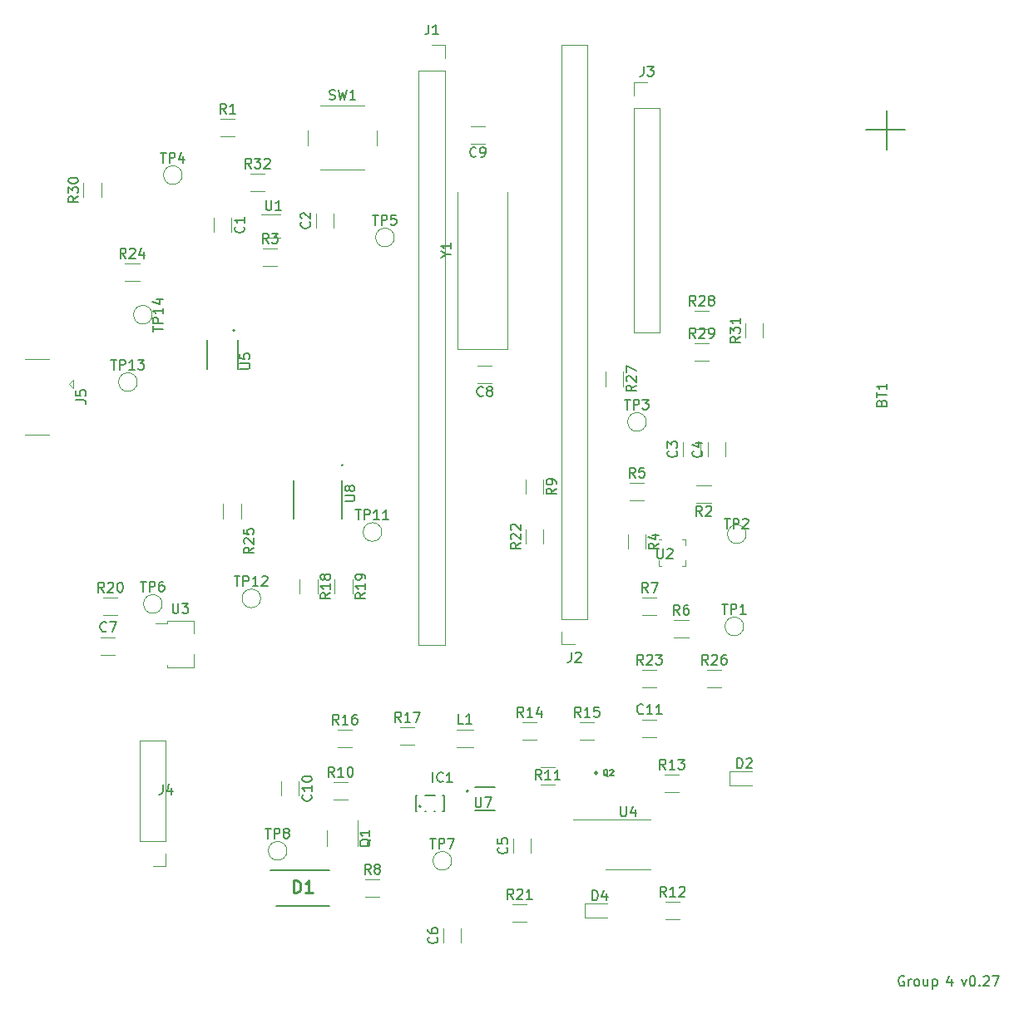
<source format=gto>
%TF.GenerationSoftware,KiCad,Pcbnew,(7.0.0)*%
%TF.CreationDate,2023-04-24T14:01:15+02:00*%
%TF.ProjectId,main_v0.6,6d61696e-5f76-4302-9e36-2e6b69636164,rev?*%
%TF.SameCoordinates,Original*%
%TF.FileFunction,Legend,Top*%
%TF.FilePolarity,Positive*%
%FSLAX46Y46*%
G04 Gerber Fmt 4.6, Leading zero omitted, Abs format (unit mm)*
G04 Created by KiCad (PCBNEW (7.0.0)) date 2023-04-24 14:01:15*
%MOMM*%
%LPD*%
G01*
G04 APERTURE LIST*
%ADD10C,0.150000*%
%ADD11C,0.254000*%
%ADD12C,0.120000*%
%ADD13C,0.127000*%
%ADD14C,0.200000*%
%ADD15C,0.152400*%
G04 APERTURE END LIST*
D10*
X179831904Y-147420000D02*
X179736666Y-147372380D01*
X179736666Y-147372380D02*
X179593809Y-147372380D01*
X179593809Y-147372380D02*
X179450952Y-147420000D01*
X179450952Y-147420000D02*
X179355714Y-147515238D01*
X179355714Y-147515238D02*
X179308095Y-147610476D01*
X179308095Y-147610476D02*
X179260476Y-147800952D01*
X179260476Y-147800952D02*
X179260476Y-147943809D01*
X179260476Y-147943809D02*
X179308095Y-148134285D01*
X179308095Y-148134285D02*
X179355714Y-148229523D01*
X179355714Y-148229523D02*
X179450952Y-148324761D01*
X179450952Y-148324761D02*
X179593809Y-148372380D01*
X179593809Y-148372380D02*
X179689047Y-148372380D01*
X179689047Y-148372380D02*
X179831904Y-148324761D01*
X179831904Y-148324761D02*
X179879523Y-148277142D01*
X179879523Y-148277142D02*
X179879523Y-147943809D01*
X179879523Y-147943809D02*
X179689047Y-147943809D01*
X180308095Y-148372380D02*
X180308095Y-147705714D01*
X180308095Y-147896190D02*
X180355714Y-147800952D01*
X180355714Y-147800952D02*
X180403333Y-147753333D01*
X180403333Y-147753333D02*
X180498571Y-147705714D01*
X180498571Y-147705714D02*
X180593809Y-147705714D01*
X181070000Y-148372380D02*
X180974762Y-148324761D01*
X180974762Y-148324761D02*
X180927143Y-148277142D01*
X180927143Y-148277142D02*
X180879524Y-148181904D01*
X180879524Y-148181904D02*
X180879524Y-147896190D01*
X180879524Y-147896190D02*
X180927143Y-147800952D01*
X180927143Y-147800952D02*
X180974762Y-147753333D01*
X180974762Y-147753333D02*
X181070000Y-147705714D01*
X181070000Y-147705714D02*
X181212857Y-147705714D01*
X181212857Y-147705714D02*
X181308095Y-147753333D01*
X181308095Y-147753333D02*
X181355714Y-147800952D01*
X181355714Y-147800952D02*
X181403333Y-147896190D01*
X181403333Y-147896190D02*
X181403333Y-148181904D01*
X181403333Y-148181904D02*
X181355714Y-148277142D01*
X181355714Y-148277142D02*
X181308095Y-148324761D01*
X181308095Y-148324761D02*
X181212857Y-148372380D01*
X181212857Y-148372380D02*
X181070000Y-148372380D01*
X182260476Y-147705714D02*
X182260476Y-148372380D01*
X181831905Y-147705714D02*
X181831905Y-148229523D01*
X181831905Y-148229523D02*
X181879524Y-148324761D01*
X181879524Y-148324761D02*
X181974762Y-148372380D01*
X181974762Y-148372380D02*
X182117619Y-148372380D01*
X182117619Y-148372380D02*
X182212857Y-148324761D01*
X182212857Y-148324761D02*
X182260476Y-148277142D01*
X182736667Y-147705714D02*
X182736667Y-148705714D01*
X182736667Y-147753333D02*
X182831905Y-147705714D01*
X182831905Y-147705714D02*
X183022381Y-147705714D01*
X183022381Y-147705714D02*
X183117619Y-147753333D01*
X183117619Y-147753333D02*
X183165238Y-147800952D01*
X183165238Y-147800952D02*
X183212857Y-147896190D01*
X183212857Y-147896190D02*
X183212857Y-148181904D01*
X183212857Y-148181904D02*
X183165238Y-148277142D01*
X183165238Y-148277142D02*
X183117619Y-148324761D01*
X183117619Y-148324761D02*
X183022381Y-148372380D01*
X183022381Y-148372380D02*
X182831905Y-148372380D01*
X182831905Y-148372380D02*
X182736667Y-148324761D01*
X184670000Y-147705714D02*
X184670000Y-148372380D01*
X184431905Y-147324761D02*
X184193810Y-148039047D01*
X184193810Y-148039047D02*
X184812857Y-148039047D01*
X185698572Y-147705714D02*
X185936667Y-148372380D01*
X185936667Y-148372380D02*
X186174762Y-147705714D01*
X186746191Y-147372380D02*
X186841429Y-147372380D01*
X186841429Y-147372380D02*
X186936667Y-147420000D01*
X186936667Y-147420000D02*
X186984286Y-147467619D01*
X186984286Y-147467619D02*
X187031905Y-147562857D01*
X187031905Y-147562857D02*
X187079524Y-147753333D01*
X187079524Y-147753333D02*
X187079524Y-147991428D01*
X187079524Y-147991428D02*
X187031905Y-148181904D01*
X187031905Y-148181904D02*
X186984286Y-148277142D01*
X186984286Y-148277142D02*
X186936667Y-148324761D01*
X186936667Y-148324761D02*
X186841429Y-148372380D01*
X186841429Y-148372380D02*
X186746191Y-148372380D01*
X186746191Y-148372380D02*
X186650953Y-148324761D01*
X186650953Y-148324761D02*
X186603334Y-148277142D01*
X186603334Y-148277142D02*
X186555715Y-148181904D01*
X186555715Y-148181904D02*
X186508096Y-147991428D01*
X186508096Y-147991428D02*
X186508096Y-147753333D01*
X186508096Y-147753333D02*
X186555715Y-147562857D01*
X186555715Y-147562857D02*
X186603334Y-147467619D01*
X186603334Y-147467619D02*
X186650953Y-147420000D01*
X186650953Y-147420000D02*
X186746191Y-147372380D01*
X187508096Y-148277142D02*
X187555715Y-148324761D01*
X187555715Y-148324761D02*
X187508096Y-148372380D01*
X187508096Y-148372380D02*
X187460477Y-148324761D01*
X187460477Y-148324761D02*
X187508096Y-148277142D01*
X187508096Y-148277142D02*
X187508096Y-148372380D01*
X187936667Y-147467619D02*
X187984286Y-147420000D01*
X187984286Y-147420000D02*
X188079524Y-147372380D01*
X188079524Y-147372380D02*
X188317619Y-147372380D01*
X188317619Y-147372380D02*
X188412857Y-147420000D01*
X188412857Y-147420000D02*
X188460476Y-147467619D01*
X188460476Y-147467619D02*
X188508095Y-147562857D01*
X188508095Y-147562857D02*
X188508095Y-147658095D01*
X188508095Y-147658095D02*
X188460476Y-147800952D01*
X188460476Y-147800952D02*
X187889048Y-148372380D01*
X187889048Y-148372380D02*
X188508095Y-148372380D01*
X188841429Y-147372380D02*
X189508095Y-147372380D01*
X189508095Y-147372380D02*
X189079524Y-148372380D01*
%TO.C,R28*%
X158615142Y-79077380D02*
X158281809Y-78601190D01*
X158043714Y-79077380D02*
X158043714Y-78077380D01*
X158043714Y-78077380D02*
X158424666Y-78077380D01*
X158424666Y-78077380D02*
X158519904Y-78125000D01*
X158519904Y-78125000D02*
X158567523Y-78172619D01*
X158567523Y-78172619D02*
X158615142Y-78267857D01*
X158615142Y-78267857D02*
X158615142Y-78410714D01*
X158615142Y-78410714D02*
X158567523Y-78505952D01*
X158567523Y-78505952D02*
X158519904Y-78553571D01*
X158519904Y-78553571D02*
X158424666Y-78601190D01*
X158424666Y-78601190D02*
X158043714Y-78601190D01*
X158996095Y-78172619D02*
X159043714Y-78125000D01*
X159043714Y-78125000D02*
X159138952Y-78077380D01*
X159138952Y-78077380D02*
X159377047Y-78077380D01*
X159377047Y-78077380D02*
X159472285Y-78125000D01*
X159472285Y-78125000D02*
X159519904Y-78172619D01*
X159519904Y-78172619D02*
X159567523Y-78267857D01*
X159567523Y-78267857D02*
X159567523Y-78363095D01*
X159567523Y-78363095D02*
X159519904Y-78505952D01*
X159519904Y-78505952D02*
X158948476Y-79077380D01*
X158948476Y-79077380D02*
X159567523Y-79077380D01*
X160138952Y-78505952D02*
X160043714Y-78458333D01*
X160043714Y-78458333D02*
X159996095Y-78410714D01*
X159996095Y-78410714D02*
X159948476Y-78315476D01*
X159948476Y-78315476D02*
X159948476Y-78267857D01*
X159948476Y-78267857D02*
X159996095Y-78172619D01*
X159996095Y-78172619D02*
X160043714Y-78125000D01*
X160043714Y-78125000D02*
X160138952Y-78077380D01*
X160138952Y-78077380D02*
X160329428Y-78077380D01*
X160329428Y-78077380D02*
X160424666Y-78125000D01*
X160424666Y-78125000D02*
X160472285Y-78172619D01*
X160472285Y-78172619D02*
X160519904Y-78267857D01*
X160519904Y-78267857D02*
X160519904Y-78315476D01*
X160519904Y-78315476D02*
X160472285Y-78410714D01*
X160472285Y-78410714D02*
X160424666Y-78458333D01*
X160424666Y-78458333D02*
X160329428Y-78505952D01*
X160329428Y-78505952D02*
X160138952Y-78505952D01*
X160138952Y-78505952D02*
X160043714Y-78553571D01*
X160043714Y-78553571D02*
X159996095Y-78601190D01*
X159996095Y-78601190D02*
X159948476Y-78696428D01*
X159948476Y-78696428D02*
X159948476Y-78886904D01*
X159948476Y-78886904D02*
X159996095Y-78982142D01*
X159996095Y-78982142D02*
X160043714Y-79029761D01*
X160043714Y-79029761D02*
X160138952Y-79077380D01*
X160138952Y-79077380D02*
X160329428Y-79077380D01*
X160329428Y-79077380D02*
X160424666Y-79029761D01*
X160424666Y-79029761D02*
X160472285Y-78982142D01*
X160472285Y-78982142D02*
X160519904Y-78886904D01*
X160519904Y-78886904D02*
X160519904Y-78696428D01*
X160519904Y-78696428D02*
X160472285Y-78601190D01*
X160472285Y-78601190D02*
X160424666Y-78553571D01*
X160424666Y-78553571D02*
X160329428Y-78505952D01*
%TO.C,U5*%
X112242380Y-85510904D02*
X113051904Y-85510904D01*
X113051904Y-85510904D02*
X113147142Y-85463285D01*
X113147142Y-85463285D02*
X113194761Y-85415666D01*
X113194761Y-85415666D02*
X113242380Y-85320428D01*
X113242380Y-85320428D02*
X113242380Y-85129952D01*
X113242380Y-85129952D02*
X113194761Y-85034714D01*
X113194761Y-85034714D02*
X113147142Y-84987095D01*
X113147142Y-84987095D02*
X113051904Y-84939476D01*
X113051904Y-84939476D02*
X112242380Y-84939476D01*
X112242380Y-83987095D02*
X112242380Y-84463285D01*
X112242380Y-84463285D02*
X112718571Y-84510904D01*
X112718571Y-84510904D02*
X112670952Y-84463285D01*
X112670952Y-84463285D02*
X112623333Y-84368047D01*
X112623333Y-84368047D02*
X112623333Y-84129952D01*
X112623333Y-84129952D02*
X112670952Y-84034714D01*
X112670952Y-84034714D02*
X112718571Y-83987095D01*
X112718571Y-83987095D02*
X112813809Y-83939476D01*
X112813809Y-83939476D02*
X113051904Y-83939476D01*
X113051904Y-83939476D02*
X113147142Y-83987095D01*
X113147142Y-83987095D02*
X113194761Y-84034714D01*
X113194761Y-84034714D02*
X113242380Y-84129952D01*
X113242380Y-84129952D02*
X113242380Y-84368047D01*
X113242380Y-84368047D02*
X113194761Y-84463285D01*
X113194761Y-84463285D02*
X113147142Y-84510904D01*
%TO.C,R22*%
X140787380Y-103258857D02*
X140311190Y-103592190D01*
X140787380Y-103830285D02*
X139787380Y-103830285D01*
X139787380Y-103830285D02*
X139787380Y-103449333D01*
X139787380Y-103449333D02*
X139835000Y-103354095D01*
X139835000Y-103354095D02*
X139882619Y-103306476D01*
X139882619Y-103306476D02*
X139977857Y-103258857D01*
X139977857Y-103258857D02*
X140120714Y-103258857D01*
X140120714Y-103258857D02*
X140215952Y-103306476D01*
X140215952Y-103306476D02*
X140263571Y-103354095D01*
X140263571Y-103354095D02*
X140311190Y-103449333D01*
X140311190Y-103449333D02*
X140311190Y-103830285D01*
X139882619Y-102877904D02*
X139835000Y-102830285D01*
X139835000Y-102830285D02*
X139787380Y-102735047D01*
X139787380Y-102735047D02*
X139787380Y-102496952D01*
X139787380Y-102496952D02*
X139835000Y-102401714D01*
X139835000Y-102401714D02*
X139882619Y-102354095D01*
X139882619Y-102354095D02*
X139977857Y-102306476D01*
X139977857Y-102306476D02*
X140073095Y-102306476D01*
X140073095Y-102306476D02*
X140215952Y-102354095D01*
X140215952Y-102354095D02*
X140787380Y-102925523D01*
X140787380Y-102925523D02*
X140787380Y-102306476D01*
X139882619Y-101925523D02*
X139835000Y-101877904D01*
X139835000Y-101877904D02*
X139787380Y-101782666D01*
X139787380Y-101782666D02*
X139787380Y-101544571D01*
X139787380Y-101544571D02*
X139835000Y-101449333D01*
X139835000Y-101449333D02*
X139882619Y-101401714D01*
X139882619Y-101401714D02*
X139977857Y-101354095D01*
X139977857Y-101354095D02*
X140073095Y-101354095D01*
X140073095Y-101354095D02*
X140215952Y-101401714D01*
X140215952Y-101401714D02*
X140787380Y-101973142D01*
X140787380Y-101973142D02*
X140787380Y-101354095D01*
%TO.C,U1*%
X114874095Y-68345380D02*
X114874095Y-69154904D01*
X114874095Y-69154904D02*
X114921714Y-69250142D01*
X114921714Y-69250142D02*
X114969333Y-69297761D01*
X114969333Y-69297761D02*
X115064571Y-69345380D01*
X115064571Y-69345380D02*
X115255047Y-69345380D01*
X115255047Y-69345380D02*
X115350285Y-69297761D01*
X115350285Y-69297761D02*
X115397904Y-69250142D01*
X115397904Y-69250142D02*
X115445523Y-69154904D01*
X115445523Y-69154904D02*
X115445523Y-68345380D01*
X116445523Y-69345380D02*
X115874095Y-69345380D01*
X116159809Y-69345380D02*
X116159809Y-68345380D01*
X116159809Y-68345380D02*
X116064571Y-68488238D01*
X116064571Y-68488238D02*
X115969333Y-68583476D01*
X115969333Y-68583476D02*
X115874095Y-68631095D01*
%TO.C,R1*%
X110831333Y-59507380D02*
X110498000Y-59031190D01*
X110259905Y-59507380D02*
X110259905Y-58507380D01*
X110259905Y-58507380D02*
X110640857Y-58507380D01*
X110640857Y-58507380D02*
X110736095Y-58555000D01*
X110736095Y-58555000D02*
X110783714Y-58602619D01*
X110783714Y-58602619D02*
X110831333Y-58697857D01*
X110831333Y-58697857D02*
X110831333Y-58840714D01*
X110831333Y-58840714D02*
X110783714Y-58935952D01*
X110783714Y-58935952D02*
X110736095Y-58983571D01*
X110736095Y-58983571D02*
X110640857Y-59031190D01*
X110640857Y-59031190D02*
X110259905Y-59031190D01*
X111783714Y-59507380D02*
X111212286Y-59507380D01*
X111498000Y-59507380D02*
X111498000Y-58507380D01*
X111498000Y-58507380D02*
X111402762Y-58650238D01*
X111402762Y-58650238D02*
X111307524Y-58745476D01*
X111307524Y-58745476D02*
X111212286Y-58793095D01*
%TO.C,J1*%
X131439666Y-50455380D02*
X131439666Y-51169666D01*
X131439666Y-51169666D02*
X131392047Y-51312523D01*
X131392047Y-51312523D02*
X131296809Y-51407761D01*
X131296809Y-51407761D02*
X131153952Y-51455380D01*
X131153952Y-51455380D02*
X131058714Y-51455380D01*
X132439666Y-51455380D02*
X131868238Y-51455380D01*
X132153952Y-51455380D02*
X132153952Y-50455380D01*
X132153952Y-50455380D02*
X132058714Y-50598238D01*
X132058714Y-50598238D02*
X131963476Y-50693476D01*
X131963476Y-50693476D02*
X131868238Y-50741095D01*
%TO.C,R7*%
X153757333Y-108275380D02*
X153424000Y-107799190D01*
X153185905Y-108275380D02*
X153185905Y-107275380D01*
X153185905Y-107275380D02*
X153566857Y-107275380D01*
X153566857Y-107275380D02*
X153662095Y-107323000D01*
X153662095Y-107323000D02*
X153709714Y-107370619D01*
X153709714Y-107370619D02*
X153757333Y-107465857D01*
X153757333Y-107465857D02*
X153757333Y-107608714D01*
X153757333Y-107608714D02*
X153709714Y-107703952D01*
X153709714Y-107703952D02*
X153662095Y-107751571D01*
X153662095Y-107751571D02*
X153566857Y-107799190D01*
X153566857Y-107799190D02*
X153185905Y-107799190D01*
X154090667Y-107275380D02*
X154757333Y-107275380D01*
X154757333Y-107275380D02*
X154328762Y-108275380D01*
%TO.C,C7*%
X98639333Y-112214142D02*
X98591714Y-112261761D01*
X98591714Y-112261761D02*
X98448857Y-112309380D01*
X98448857Y-112309380D02*
X98353619Y-112309380D01*
X98353619Y-112309380D02*
X98210762Y-112261761D01*
X98210762Y-112261761D02*
X98115524Y-112166523D01*
X98115524Y-112166523D02*
X98067905Y-112071285D01*
X98067905Y-112071285D02*
X98020286Y-111880809D01*
X98020286Y-111880809D02*
X98020286Y-111737952D01*
X98020286Y-111737952D02*
X98067905Y-111547476D01*
X98067905Y-111547476D02*
X98115524Y-111452238D01*
X98115524Y-111452238D02*
X98210762Y-111357000D01*
X98210762Y-111357000D02*
X98353619Y-111309380D01*
X98353619Y-111309380D02*
X98448857Y-111309380D01*
X98448857Y-111309380D02*
X98591714Y-111357000D01*
X98591714Y-111357000D02*
X98639333Y-111404619D01*
X98972667Y-111309380D02*
X99639333Y-111309380D01*
X99639333Y-111309380D02*
X99210762Y-112309380D01*
%TO.C,TP14*%
X103377380Y-81748094D02*
X103377380Y-81176666D01*
X104377380Y-81462380D02*
X103377380Y-81462380D01*
X104377380Y-80843332D02*
X103377380Y-80843332D01*
X103377380Y-80843332D02*
X103377380Y-80462380D01*
X103377380Y-80462380D02*
X103425000Y-80367142D01*
X103425000Y-80367142D02*
X103472619Y-80319523D01*
X103472619Y-80319523D02*
X103567857Y-80271904D01*
X103567857Y-80271904D02*
X103710714Y-80271904D01*
X103710714Y-80271904D02*
X103805952Y-80319523D01*
X103805952Y-80319523D02*
X103853571Y-80367142D01*
X103853571Y-80367142D02*
X103901190Y-80462380D01*
X103901190Y-80462380D02*
X103901190Y-80843332D01*
X104377380Y-79319523D02*
X104377380Y-79890951D01*
X104377380Y-79605237D02*
X103377380Y-79605237D01*
X103377380Y-79605237D02*
X103520238Y-79700475D01*
X103520238Y-79700475D02*
X103615476Y-79795713D01*
X103615476Y-79795713D02*
X103663095Y-79890951D01*
X103710714Y-78462380D02*
X104377380Y-78462380D01*
X103329761Y-78700475D02*
X104044047Y-78938570D01*
X104044047Y-78938570D02*
X104044047Y-78319523D01*
%TO.C,TP3*%
X151392095Y-88651380D02*
X151963523Y-88651380D01*
X151677809Y-89651380D02*
X151677809Y-88651380D01*
X152296857Y-89651380D02*
X152296857Y-88651380D01*
X152296857Y-88651380D02*
X152677809Y-88651380D01*
X152677809Y-88651380D02*
X152773047Y-88699000D01*
X152773047Y-88699000D02*
X152820666Y-88746619D01*
X152820666Y-88746619D02*
X152868285Y-88841857D01*
X152868285Y-88841857D02*
X152868285Y-88984714D01*
X152868285Y-88984714D02*
X152820666Y-89079952D01*
X152820666Y-89079952D02*
X152773047Y-89127571D01*
X152773047Y-89127571D02*
X152677809Y-89175190D01*
X152677809Y-89175190D02*
X152296857Y-89175190D01*
X153201619Y-88651380D02*
X153820666Y-88651380D01*
X153820666Y-88651380D02*
X153487333Y-89032333D01*
X153487333Y-89032333D02*
X153630190Y-89032333D01*
X153630190Y-89032333D02*
X153725428Y-89079952D01*
X153725428Y-89079952D02*
X153773047Y-89127571D01*
X153773047Y-89127571D02*
X153820666Y-89222809D01*
X153820666Y-89222809D02*
X153820666Y-89460904D01*
X153820666Y-89460904D02*
X153773047Y-89556142D01*
X153773047Y-89556142D02*
X153725428Y-89603761D01*
X153725428Y-89603761D02*
X153630190Y-89651380D01*
X153630190Y-89651380D02*
X153344476Y-89651380D01*
X153344476Y-89651380D02*
X153249238Y-89603761D01*
X153249238Y-89603761D02*
X153201619Y-89556142D01*
%TO.C,R18*%
X121440380Y-108340357D02*
X120964190Y-108673690D01*
X121440380Y-108911785D02*
X120440380Y-108911785D01*
X120440380Y-108911785D02*
X120440380Y-108530833D01*
X120440380Y-108530833D02*
X120488000Y-108435595D01*
X120488000Y-108435595D02*
X120535619Y-108387976D01*
X120535619Y-108387976D02*
X120630857Y-108340357D01*
X120630857Y-108340357D02*
X120773714Y-108340357D01*
X120773714Y-108340357D02*
X120868952Y-108387976D01*
X120868952Y-108387976D02*
X120916571Y-108435595D01*
X120916571Y-108435595D02*
X120964190Y-108530833D01*
X120964190Y-108530833D02*
X120964190Y-108911785D01*
X121440380Y-107387976D02*
X121440380Y-107959404D01*
X121440380Y-107673690D02*
X120440380Y-107673690D01*
X120440380Y-107673690D02*
X120583238Y-107768928D01*
X120583238Y-107768928D02*
X120678476Y-107864166D01*
X120678476Y-107864166D02*
X120726095Y-107959404D01*
X120868952Y-106816547D02*
X120821333Y-106911785D01*
X120821333Y-106911785D02*
X120773714Y-106959404D01*
X120773714Y-106959404D02*
X120678476Y-107007023D01*
X120678476Y-107007023D02*
X120630857Y-107007023D01*
X120630857Y-107007023D02*
X120535619Y-106959404D01*
X120535619Y-106959404D02*
X120488000Y-106911785D01*
X120488000Y-106911785D02*
X120440380Y-106816547D01*
X120440380Y-106816547D02*
X120440380Y-106626071D01*
X120440380Y-106626071D02*
X120488000Y-106530833D01*
X120488000Y-106530833D02*
X120535619Y-106483214D01*
X120535619Y-106483214D02*
X120630857Y-106435595D01*
X120630857Y-106435595D02*
X120678476Y-106435595D01*
X120678476Y-106435595D02*
X120773714Y-106483214D01*
X120773714Y-106483214D02*
X120821333Y-106530833D01*
X120821333Y-106530833D02*
X120868952Y-106626071D01*
X120868952Y-106626071D02*
X120868952Y-106816547D01*
X120868952Y-106816547D02*
X120916571Y-106911785D01*
X120916571Y-106911785D02*
X120964190Y-106959404D01*
X120964190Y-106959404D02*
X121059428Y-107007023D01*
X121059428Y-107007023D02*
X121249904Y-107007023D01*
X121249904Y-107007023D02*
X121345142Y-106959404D01*
X121345142Y-106959404D02*
X121392761Y-106911785D01*
X121392761Y-106911785D02*
X121440380Y-106816547D01*
X121440380Y-106816547D02*
X121440380Y-106626071D01*
X121440380Y-106626071D02*
X121392761Y-106530833D01*
X121392761Y-106530833D02*
X121345142Y-106483214D01*
X121345142Y-106483214D02*
X121249904Y-106435595D01*
X121249904Y-106435595D02*
X121059428Y-106435595D01*
X121059428Y-106435595D02*
X120964190Y-106483214D01*
X120964190Y-106483214D02*
X120916571Y-106530833D01*
X120916571Y-106530833D02*
X120868952Y-106626071D01*
%TO.C,R24*%
X100641642Y-74239380D02*
X100308309Y-73763190D01*
X100070214Y-74239380D02*
X100070214Y-73239380D01*
X100070214Y-73239380D02*
X100451166Y-73239380D01*
X100451166Y-73239380D02*
X100546404Y-73287000D01*
X100546404Y-73287000D02*
X100594023Y-73334619D01*
X100594023Y-73334619D02*
X100641642Y-73429857D01*
X100641642Y-73429857D02*
X100641642Y-73572714D01*
X100641642Y-73572714D02*
X100594023Y-73667952D01*
X100594023Y-73667952D02*
X100546404Y-73715571D01*
X100546404Y-73715571D02*
X100451166Y-73763190D01*
X100451166Y-73763190D02*
X100070214Y-73763190D01*
X101022595Y-73334619D02*
X101070214Y-73287000D01*
X101070214Y-73287000D02*
X101165452Y-73239380D01*
X101165452Y-73239380D02*
X101403547Y-73239380D01*
X101403547Y-73239380D02*
X101498785Y-73287000D01*
X101498785Y-73287000D02*
X101546404Y-73334619D01*
X101546404Y-73334619D02*
X101594023Y-73429857D01*
X101594023Y-73429857D02*
X101594023Y-73525095D01*
X101594023Y-73525095D02*
X101546404Y-73667952D01*
X101546404Y-73667952D02*
X100974976Y-74239380D01*
X100974976Y-74239380D02*
X101594023Y-74239380D01*
X102451166Y-73572714D02*
X102451166Y-74239380D01*
X102213071Y-73191761D02*
X101974976Y-73906047D01*
X101974976Y-73906047D02*
X102594023Y-73906047D01*
%TO.C,TP11*%
X123991905Y-99859880D02*
X124563333Y-99859880D01*
X124277619Y-100859880D02*
X124277619Y-99859880D01*
X124896667Y-100859880D02*
X124896667Y-99859880D01*
X124896667Y-99859880D02*
X125277619Y-99859880D01*
X125277619Y-99859880D02*
X125372857Y-99907500D01*
X125372857Y-99907500D02*
X125420476Y-99955119D01*
X125420476Y-99955119D02*
X125468095Y-100050357D01*
X125468095Y-100050357D02*
X125468095Y-100193214D01*
X125468095Y-100193214D02*
X125420476Y-100288452D01*
X125420476Y-100288452D02*
X125372857Y-100336071D01*
X125372857Y-100336071D02*
X125277619Y-100383690D01*
X125277619Y-100383690D02*
X124896667Y-100383690D01*
X126420476Y-100859880D02*
X125849048Y-100859880D01*
X126134762Y-100859880D02*
X126134762Y-99859880D01*
X126134762Y-99859880D02*
X126039524Y-100002738D01*
X126039524Y-100002738D02*
X125944286Y-100097976D01*
X125944286Y-100097976D02*
X125849048Y-100145595D01*
X127372857Y-100859880D02*
X126801429Y-100859880D01*
X127087143Y-100859880D02*
X127087143Y-99859880D01*
X127087143Y-99859880D02*
X126991905Y-100002738D01*
X126991905Y-100002738D02*
X126896667Y-100097976D01*
X126896667Y-100097976D02*
X126801429Y-100145595D01*
%TO.C,D2*%
X162837905Y-126191380D02*
X162837905Y-125191380D01*
X162837905Y-125191380D02*
X163076000Y-125191380D01*
X163076000Y-125191380D02*
X163218857Y-125239000D01*
X163218857Y-125239000D02*
X163314095Y-125334238D01*
X163314095Y-125334238D02*
X163361714Y-125429476D01*
X163361714Y-125429476D02*
X163409333Y-125619952D01*
X163409333Y-125619952D02*
X163409333Y-125762809D01*
X163409333Y-125762809D02*
X163361714Y-125953285D01*
X163361714Y-125953285D02*
X163314095Y-126048523D01*
X163314095Y-126048523D02*
X163218857Y-126143761D01*
X163218857Y-126143761D02*
X163076000Y-126191380D01*
X163076000Y-126191380D02*
X162837905Y-126191380D01*
X163790286Y-125286619D02*
X163837905Y-125239000D01*
X163837905Y-125239000D02*
X163933143Y-125191380D01*
X163933143Y-125191380D02*
X164171238Y-125191380D01*
X164171238Y-125191380D02*
X164266476Y-125239000D01*
X164266476Y-125239000D02*
X164314095Y-125286619D01*
X164314095Y-125286619D02*
X164361714Y-125381857D01*
X164361714Y-125381857D02*
X164361714Y-125477095D01*
X164361714Y-125477095D02*
X164314095Y-125619952D01*
X164314095Y-125619952D02*
X163742667Y-126191380D01*
X163742667Y-126191380D02*
X164361714Y-126191380D01*
%TO.C,R17*%
X128643142Y-121483380D02*
X128309809Y-121007190D01*
X128071714Y-121483380D02*
X128071714Y-120483380D01*
X128071714Y-120483380D02*
X128452666Y-120483380D01*
X128452666Y-120483380D02*
X128547904Y-120531000D01*
X128547904Y-120531000D02*
X128595523Y-120578619D01*
X128595523Y-120578619D02*
X128643142Y-120673857D01*
X128643142Y-120673857D02*
X128643142Y-120816714D01*
X128643142Y-120816714D02*
X128595523Y-120911952D01*
X128595523Y-120911952D02*
X128547904Y-120959571D01*
X128547904Y-120959571D02*
X128452666Y-121007190D01*
X128452666Y-121007190D02*
X128071714Y-121007190D01*
X129595523Y-121483380D02*
X129024095Y-121483380D01*
X129309809Y-121483380D02*
X129309809Y-120483380D01*
X129309809Y-120483380D02*
X129214571Y-120626238D01*
X129214571Y-120626238D02*
X129119333Y-120721476D01*
X129119333Y-120721476D02*
X129024095Y-120769095D01*
X129928857Y-120483380D02*
X130595523Y-120483380D01*
X130595523Y-120483380D02*
X130166952Y-121483380D01*
%TO.C,IC1*%
X131865810Y-127621380D02*
X131865810Y-126621380D01*
X132913428Y-127526142D02*
X132865809Y-127573761D01*
X132865809Y-127573761D02*
X132722952Y-127621380D01*
X132722952Y-127621380D02*
X132627714Y-127621380D01*
X132627714Y-127621380D02*
X132484857Y-127573761D01*
X132484857Y-127573761D02*
X132389619Y-127478523D01*
X132389619Y-127478523D02*
X132342000Y-127383285D01*
X132342000Y-127383285D02*
X132294381Y-127192809D01*
X132294381Y-127192809D02*
X132294381Y-127049952D01*
X132294381Y-127049952D02*
X132342000Y-126859476D01*
X132342000Y-126859476D02*
X132389619Y-126764238D01*
X132389619Y-126764238D02*
X132484857Y-126669000D01*
X132484857Y-126669000D02*
X132627714Y-126621380D01*
X132627714Y-126621380D02*
X132722952Y-126621380D01*
X132722952Y-126621380D02*
X132865809Y-126669000D01*
X132865809Y-126669000D02*
X132913428Y-126716619D01*
X133865809Y-127621380D02*
X133294381Y-127621380D01*
X133580095Y-127621380D02*
X133580095Y-126621380D01*
X133580095Y-126621380D02*
X133484857Y-126764238D01*
X133484857Y-126764238D02*
X133389619Y-126859476D01*
X133389619Y-126859476D02*
X133294381Y-126907095D01*
%TO.C,Y1*%
X133247190Y-73882190D02*
X133723380Y-73882190D01*
X132723380Y-74215523D02*
X133247190Y-73882190D01*
X133247190Y-73882190D02*
X132723380Y-73548857D01*
X133723380Y-72691714D02*
X133723380Y-73263142D01*
X133723380Y-72977428D02*
X132723380Y-72977428D01*
X132723380Y-72977428D02*
X132866238Y-73072666D01*
X132866238Y-73072666D02*
X132961476Y-73167904D01*
X132961476Y-73167904D02*
X133009095Y-73263142D01*
%TO.C,R32*%
X113403142Y-65095380D02*
X113069809Y-64619190D01*
X112831714Y-65095380D02*
X112831714Y-64095380D01*
X112831714Y-64095380D02*
X113212666Y-64095380D01*
X113212666Y-64095380D02*
X113307904Y-64143000D01*
X113307904Y-64143000D02*
X113355523Y-64190619D01*
X113355523Y-64190619D02*
X113403142Y-64285857D01*
X113403142Y-64285857D02*
X113403142Y-64428714D01*
X113403142Y-64428714D02*
X113355523Y-64523952D01*
X113355523Y-64523952D02*
X113307904Y-64571571D01*
X113307904Y-64571571D02*
X113212666Y-64619190D01*
X113212666Y-64619190D02*
X112831714Y-64619190D01*
X113736476Y-64095380D02*
X114355523Y-64095380D01*
X114355523Y-64095380D02*
X114022190Y-64476333D01*
X114022190Y-64476333D02*
X114165047Y-64476333D01*
X114165047Y-64476333D02*
X114260285Y-64523952D01*
X114260285Y-64523952D02*
X114307904Y-64571571D01*
X114307904Y-64571571D02*
X114355523Y-64666809D01*
X114355523Y-64666809D02*
X114355523Y-64904904D01*
X114355523Y-64904904D02*
X114307904Y-65000142D01*
X114307904Y-65000142D02*
X114260285Y-65047761D01*
X114260285Y-65047761D02*
X114165047Y-65095380D01*
X114165047Y-65095380D02*
X113879333Y-65095380D01*
X113879333Y-65095380D02*
X113784095Y-65047761D01*
X113784095Y-65047761D02*
X113736476Y-65000142D01*
X114736476Y-64190619D02*
X114784095Y-64143000D01*
X114784095Y-64143000D02*
X114879333Y-64095380D01*
X114879333Y-64095380D02*
X115117428Y-64095380D01*
X115117428Y-64095380D02*
X115212666Y-64143000D01*
X115212666Y-64143000D02*
X115260285Y-64190619D01*
X115260285Y-64190619D02*
X115307904Y-64285857D01*
X115307904Y-64285857D02*
X115307904Y-64381095D01*
X115307904Y-64381095D02*
X115260285Y-64523952D01*
X115260285Y-64523952D02*
X114688857Y-65095380D01*
X114688857Y-65095380D02*
X115307904Y-65095380D01*
%TO.C,R15*%
X146931142Y-120975380D02*
X146597809Y-120499190D01*
X146359714Y-120975380D02*
X146359714Y-119975380D01*
X146359714Y-119975380D02*
X146740666Y-119975380D01*
X146740666Y-119975380D02*
X146835904Y-120023000D01*
X146835904Y-120023000D02*
X146883523Y-120070619D01*
X146883523Y-120070619D02*
X146931142Y-120165857D01*
X146931142Y-120165857D02*
X146931142Y-120308714D01*
X146931142Y-120308714D02*
X146883523Y-120403952D01*
X146883523Y-120403952D02*
X146835904Y-120451571D01*
X146835904Y-120451571D02*
X146740666Y-120499190D01*
X146740666Y-120499190D02*
X146359714Y-120499190D01*
X147883523Y-120975380D02*
X147312095Y-120975380D01*
X147597809Y-120975380D02*
X147597809Y-119975380D01*
X147597809Y-119975380D02*
X147502571Y-120118238D01*
X147502571Y-120118238D02*
X147407333Y-120213476D01*
X147407333Y-120213476D02*
X147312095Y-120261095D01*
X148788285Y-119975380D02*
X148312095Y-119975380D01*
X148312095Y-119975380D02*
X148264476Y-120451571D01*
X148264476Y-120451571D02*
X148312095Y-120403952D01*
X148312095Y-120403952D02*
X148407333Y-120356333D01*
X148407333Y-120356333D02*
X148645428Y-120356333D01*
X148645428Y-120356333D02*
X148740666Y-120403952D01*
X148740666Y-120403952D02*
X148788285Y-120451571D01*
X148788285Y-120451571D02*
X148835904Y-120546809D01*
X148835904Y-120546809D02*
X148835904Y-120784904D01*
X148835904Y-120784904D02*
X148788285Y-120880142D01*
X148788285Y-120880142D02*
X148740666Y-120927761D01*
X148740666Y-120927761D02*
X148645428Y-120975380D01*
X148645428Y-120975380D02*
X148407333Y-120975380D01*
X148407333Y-120975380D02*
X148312095Y-120927761D01*
X148312095Y-120927761D02*
X148264476Y-120880142D01*
%TO.C,C11*%
X153281142Y-120596142D02*
X153233523Y-120643761D01*
X153233523Y-120643761D02*
X153090666Y-120691380D01*
X153090666Y-120691380D02*
X152995428Y-120691380D01*
X152995428Y-120691380D02*
X152852571Y-120643761D01*
X152852571Y-120643761D02*
X152757333Y-120548523D01*
X152757333Y-120548523D02*
X152709714Y-120453285D01*
X152709714Y-120453285D02*
X152662095Y-120262809D01*
X152662095Y-120262809D02*
X152662095Y-120119952D01*
X152662095Y-120119952D02*
X152709714Y-119929476D01*
X152709714Y-119929476D02*
X152757333Y-119834238D01*
X152757333Y-119834238D02*
X152852571Y-119739000D01*
X152852571Y-119739000D02*
X152995428Y-119691380D01*
X152995428Y-119691380D02*
X153090666Y-119691380D01*
X153090666Y-119691380D02*
X153233523Y-119739000D01*
X153233523Y-119739000D02*
X153281142Y-119786619D01*
X154233523Y-120691380D02*
X153662095Y-120691380D01*
X153947809Y-120691380D02*
X153947809Y-119691380D01*
X153947809Y-119691380D02*
X153852571Y-119834238D01*
X153852571Y-119834238D02*
X153757333Y-119929476D01*
X153757333Y-119929476D02*
X153662095Y-119977095D01*
X155185904Y-120691380D02*
X154614476Y-120691380D01*
X154900190Y-120691380D02*
X154900190Y-119691380D01*
X154900190Y-119691380D02*
X154804952Y-119834238D01*
X154804952Y-119834238D02*
X154709714Y-119929476D01*
X154709714Y-119929476D02*
X154614476Y-119977095D01*
%TO.C,J4*%
X104374666Y-127861380D02*
X104374666Y-128575666D01*
X104374666Y-128575666D02*
X104327047Y-128718523D01*
X104327047Y-128718523D02*
X104231809Y-128813761D01*
X104231809Y-128813761D02*
X104088952Y-128861380D01*
X104088952Y-128861380D02*
X103993714Y-128861380D01*
X105279428Y-128194714D02*
X105279428Y-128861380D01*
X105041333Y-127813761D02*
X104803238Y-128528047D01*
X104803238Y-128528047D02*
X105422285Y-128528047D01*
%TO.C,R2*%
X159283833Y-100485380D02*
X158950500Y-100009190D01*
X158712405Y-100485380D02*
X158712405Y-99485380D01*
X158712405Y-99485380D02*
X159093357Y-99485380D01*
X159093357Y-99485380D02*
X159188595Y-99533000D01*
X159188595Y-99533000D02*
X159236214Y-99580619D01*
X159236214Y-99580619D02*
X159283833Y-99675857D01*
X159283833Y-99675857D02*
X159283833Y-99818714D01*
X159283833Y-99818714D02*
X159236214Y-99913952D01*
X159236214Y-99913952D02*
X159188595Y-99961571D01*
X159188595Y-99961571D02*
X159093357Y-100009190D01*
X159093357Y-100009190D02*
X158712405Y-100009190D01*
X159664786Y-99580619D02*
X159712405Y-99533000D01*
X159712405Y-99533000D02*
X159807643Y-99485380D01*
X159807643Y-99485380D02*
X160045738Y-99485380D01*
X160045738Y-99485380D02*
X160140976Y-99533000D01*
X160140976Y-99533000D02*
X160188595Y-99580619D01*
X160188595Y-99580619D02*
X160236214Y-99675857D01*
X160236214Y-99675857D02*
X160236214Y-99771095D01*
X160236214Y-99771095D02*
X160188595Y-99913952D01*
X160188595Y-99913952D02*
X159617167Y-100485380D01*
X159617167Y-100485380D02*
X160236214Y-100485380D01*
%TO.C,L1*%
X134961333Y-121657380D02*
X134485143Y-121657380D01*
X134485143Y-121657380D02*
X134485143Y-120657380D01*
X135818476Y-121657380D02*
X135247048Y-121657380D01*
X135532762Y-121657380D02*
X135532762Y-120657380D01*
X135532762Y-120657380D02*
X135437524Y-120800238D01*
X135437524Y-120800238D02*
X135342286Y-120895476D01*
X135342286Y-120895476D02*
X135247048Y-120943095D01*
%TO.C,Q1*%
X125544619Y-133445238D02*
X125497000Y-133540476D01*
X125497000Y-133540476D02*
X125401761Y-133635714D01*
X125401761Y-133635714D02*
X125258904Y-133778571D01*
X125258904Y-133778571D02*
X125211285Y-133873809D01*
X125211285Y-133873809D02*
X125211285Y-133969047D01*
X125449380Y-133921428D02*
X125401761Y-134016666D01*
X125401761Y-134016666D02*
X125306523Y-134111904D01*
X125306523Y-134111904D02*
X125116047Y-134159523D01*
X125116047Y-134159523D02*
X124782714Y-134159523D01*
X124782714Y-134159523D02*
X124592238Y-134111904D01*
X124592238Y-134111904D02*
X124497000Y-134016666D01*
X124497000Y-134016666D02*
X124449380Y-133921428D01*
X124449380Y-133921428D02*
X124449380Y-133730952D01*
X124449380Y-133730952D02*
X124497000Y-133635714D01*
X124497000Y-133635714D02*
X124592238Y-133540476D01*
X124592238Y-133540476D02*
X124782714Y-133492857D01*
X124782714Y-133492857D02*
X125116047Y-133492857D01*
X125116047Y-133492857D02*
X125306523Y-133540476D01*
X125306523Y-133540476D02*
X125401761Y-133635714D01*
X125401761Y-133635714D02*
X125449380Y-133730952D01*
X125449380Y-133730952D02*
X125449380Y-133921428D01*
X125449380Y-132540476D02*
X125449380Y-133111904D01*
X125449380Y-132826190D02*
X124449380Y-132826190D01*
X124449380Y-132826190D02*
X124592238Y-132921428D01*
X124592238Y-132921428D02*
X124687476Y-133016666D01*
X124687476Y-133016666D02*
X124735095Y-133111904D01*
%TO.C,U4*%
X151006095Y-130112380D02*
X151006095Y-130921904D01*
X151006095Y-130921904D02*
X151053714Y-131017142D01*
X151053714Y-131017142D02*
X151101333Y-131064761D01*
X151101333Y-131064761D02*
X151196571Y-131112380D01*
X151196571Y-131112380D02*
X151387047Y-131112380D01*
X151387047Y-131112380D02*
X151482285Y-131064761D01*
X151482285Y-131064761D02*
X151529904Y-131017142D01*
X151529904Y-131017142D02*
X151577523Y-130921904D01*
X151577523Y-130921904D02*
X151577523Y-130112380D01*
X152482285Y-130445714D02*
X152482285Y-131112380D01*
X152244190Y-130064761D02*
X152006095Y-130779047D01*
X152006095Y-130779047D02*
X152625142Y-130779047D01*
%TO.C,R30*%
X95767880Y-67952857D02*
X95291690Y-68286190D01*
X95767880Y-68524285D02*
X94767880Y-68524285D01*
X94767880Y-68524285D02*
X94767880Y-68143333D01*
X94767880Y-68143333D02*
X94815500Y-68048095D01*
X94815500Y-68048095D02*
X94863119Y-68000476D01*
X94863119Y-68000476D02*
X94958357Y-67952857D01*
X94958357Y-67952857D02*
X95101214Y-67952857D01*
X95101214Y-67952857D02*
X95196452Y-68000476D01*
X95196452Y-68000476D02*
X95244071Y-68048095D01*
X95244071Y-68048095D02*
X95291690Y-68143333D01*
X95291690Y-68143333D02*
X95291690Y-68524285D01*
X94767880Y-67619523D02*
X94767880Y-67000476D01*
X94767880Y-67000476D02*
X95148833Y-67333809D01*
X95148833Y-67333809D02*
X95148833Y-67190952D01*
X95148833Y-67190952D02*
X95196452Y-67095714D01*
X95196452Y-67095714D02*
X95244071Y-67048095D01*
X95244071Y-67048095D02*
X95339309Y-67000476D01*
X95339309Y-67000476D02*
X95577404Y-67000476D01*
X95577404Y-67000476D02*
X95672642Y-67048095D01*
X95672642Y-67048095D02*
X95720261Y-67095714D01*
X95720261Y-67095714D02*
X95767880Y-67190952D01*
X95767880Y-67190952D02*
X95767880Y-67476666D01*
X95767880Y-67476666D02*
X95720261Y-67571904D01*
X95720261Y-67571904D02*
X95672642Y-67619523D01*
X94767880Y-66381428D02*
X94767880Y-66286190D01*
X94767880Y-66286190D02*
X94815500Y-66190952D01*
X94815500Y-66190952D02*
X94863119Y-66143333D01*
X94863119Y-66143333D02*
X94958357Y-66095714D01*
X94958357Y-66095714D02*
X95148833Y-66048095D01*
X95148833Y-66048095D02*
X95386928Y-66048095D01*
X95386928Y-66048095D02*
X95577404Y-66095714D01*
X95577404Y-66095714D02*
X95672642Y-66143333D01*
X95672642Y-66143333D02*
X95720261Y-66190952D01*
X95720261Y-66190952D02*
X95767880Y-66286190D01*
X95767880Y-66286190D02*
X95767880Y-66381428D01*
X95767880Y-66381428D02*
X95720261Y-66476666D01*
X95720261Y-66476666D02*
X95672642Y-66524285D01*
X95672642Y-66524285D02*
X95577404Y-66571904D01*
X95577404Y-66571904D02*
X95386928Y-66619523D01*
X95386928Y-66619523D02*
X95148833Y-66619523D01*
X95148833Y-66619523D02*
X94958357Y-66571904D01*
X94958357Y-66571904D02*
X94863119Y-66524285D01*
X94863119Y-66524285D02*
X94815500Y-66476666D01*
X94815500Y-66476666D02*
X94767880Y-66381428D01*
%TO.C,R11*%
X142928642Y-127367380D02*
X142595309Y-126891190D01*
X142357214Y-127367380D02*
X142357214Y-126367380D01*
X142357214Y-126367380D02*
X142738166Y-126367380D01*
X142738166Y-126367380D02*
X142833404Y-126415000D01*
X142833404Y-126415000D02*
X142881023Y-126462619D01*
X142881023Y-126462619D02*
X142928642Y-126557857D01*
X142928642Y-126557857D02*
X142928642Y-126700714D01*
X142928642Y-126700714D02*
X142881023Y-126795952D01*
X142881023Y-126795952D02*
X142833404Y-126843571D01*
X142833404Y-126843571D02*
X142738166Y-126891190D01*
X142738166Y-126891190D02*
X142357214Y-126891190D01*
X143881023Y-127367380D02*
X143309595Y-127367380D01*
X143595309Y-127367380D02*
X143595309Y-126367380D01*
X143595309Y-126367380D02*
X143500071Y-126510238D01*
X143500071Y-126510238D02*
X143404833Y-126605476D01*
X143404833Y-126605476D02*
X143309595Y-126653095D01*
X144833404Y-127367380D02*
X144261976Y-127367380D01*
X144547690Y-127367380D02*
X144547690Y-126367380D01*
X144547690Y-126367380D02*
X144452452Y-126510238D01*
X144452452Y-126510238D02*
X144357214Y-126605476D01*
X144357214Y-126605476D02*
X144261976Y-126653095D01*
%TO.C,C3*%
X156664142Y-93892666D02*
X156711761Y-93940285D01*
X156711761Y-93940285D02*
X156759380Y-94083142D01*
X156759380Y-94083142D02*
X156759380Y-94178380D01*
X156759380Y-94178380D02*
X156711761Y-94321237D01*
X156711761Y-94321237D02*
X156616523Y-94416475D01*
X156616523Y-94416475D02*
X156521285Y-94464094D01*
X156521285Y-94464094D02*
X156330809Y-94511713D01*
X156330809Y-94511713D02*
X156187952Y-94511713D01*
X156187952Y-94511713D02*
X155997476Y-94464094D01*
X155997476Y-94464094D02*
X155902238Y-94416475D01*
X155902238Y-94416475D02*
X155807000Y-94321237D01*
X155807000Y-94321237D02*
X155759380Y-94178380D01*
X155759380Y-94178380D02*
X155759380Y-94083142D01*
X155759380Y-94083142D02*
X155807000Y-93940285D01*
X155807000Y-93940285D02*
X155854619Y-93892666D01*
X155759380Y-93559332D02*
X155759380Y-92940285D01*
X155759380Y-92940285D02*
X156140333Y-93273618D01*
X156140333Y-93273618D02*
X156140333Y-93130761D01*
X156140333Y-93130761D02*
X156187952Y-93035523D01*
X156187952Y-93035523D02*
X156235571Y-92987904D01*
X156235571Y-92987904D02*
X156330809Y-92940285D01*
X156330809Y-92940285D02*
X156568904Y-92940285D01*
X156568904Y-92940285D02*
X156664142Y-92987904D01*
X156664142Y-92987904D02*
X156711761Y-93035523D01*
X156711761Y-93035523D02*
X156759380Y-93130761D01*
X156759380Y-93130761D02*
X156759380Y-93416475D01*
X156759380Y-93416475D02*
X156711761Y-93511713D01*
X156711761Y-93511713D02*
X156664142Y-93559332D01*
%TO.C,C5*%
X139392142Y-134278666D02*
X139439761Y-134326285D01*
X139439761Y-134326285D02*
X139487380Y-134469142D01*
X139487380Y-134469142D02*
X139487380Y-134564380D01*
X139487380Y-134564380D02*
X139439761Y-134707237D01*
X139439761Y-134707237D02*
X139344523Y-134802475D01*
X139344523Y-134802475D02*
X139249285Y-134850094D01*
X139249285Y-134850094D02*
X139058809Y-134897713D01*
X139058809Y-134897713D02*
X138915952Y-134897713D01*
X138915952Y-134897713D02*
X138725476Y-134850094D01*
X138725476Y-134850094D02*
X138630238Y-134802475D01*
X138630238Y-134802475D02*
X138535000Y-134707237D01*
X138535000Y-134707237D02*
X138487380Y-134564380D01*
X138487380Y-134564380D02*
X138487380Y-134469142D01*
X138487380Y-134469142D02*
X138535000Y-134326285D01*
X138535000Y-134326285D02*
X138582619Y-134278666D01*
X138487380Y-133373904D02*
X138487380Y-133850094D01*
X138487380Y-133850094D02*
X138963571Y-133897713D01*
X138963571Y-133897713D02*
X138915952Y-133850094D01*
X138915952Y-133850094D02*
X138868333Y-133754856D01*
X138868333Y-133754856D02*
X138868333Y-133516761D01*
X138868333Y-133516761D02*
X138915952Y-133421523D01*
X138915952Y-133421523D02*
X138963571Y-133373904D01*
X138963571Y-133373904D02*
X139058809Y-133326285D01*
X139058809Y-133326285D02*
X139296904Y-133326285D01*
X139296904Y-133326285D02*
X139392142Y-133373904D01*
X139392142Y-133373904D02*
X139439761Y-133421523D01*
X139439761Y-133421523D02*
X139487380Y-133516761D01*
X139487380Y-133516761D02*
X139487380Y-133754856D01*
X139487380Y-133754856D02*
X139439761Y-133850094D01*
X139439761Y-133850094D02*
X139392142Y-133897713D01*
%TO.C,R23*%
X153281142Y-115641380D02*
X152947809Y-115165190D01*
X152709714Y-115641380D02*
X152709714Y-114641380D01*
X152709714Y-114641380D02*
X153090666Y-114641380D01*
X153090666Y-114641380D02*
X153185904Y-114689000D01*
X153185904Y-114689000D02*
X153233523Y-114736619D01*
X153233523Y-114736619D02*
X153281142Y-114831857D01*
X153281142Y-114831857D02*
X153281142Y-114974714D01*
X153281142Y-114974714D02*
X153233523Y-115069952D01*
X153233523Y-115069952D02*
X153185904Y-115117571D01*
X153185904Y-115117571D02*
X153090666Y-115165190D01*
X153090666Y-115165190D02*
X152709714Y-115165190D01*
X153662095Y-114736619D02*
X153709714Y-114689000D01*
X153709714Y-114689000D02*
X153804952Y-114641380D01*
X153804952Y-114641380D02*
X154043047Y-114641380D01*
X154043047Y-114641380D02*
X154138285Y-114689000D01*
X154138285Y-114689000D02*
X154185904Y-114736619D01*
X154185904Y-114736619D02*
X154233523Y-114831857D01*
X154233523Y-114831857D02*
X154233523Y-114927095D01*
X154233523Y-114927095D02*
X154185904Y-115069952D01*
X154185904Y-115069952D02*
X153614476Y-115641380D01*
X153614476Y-115641380D02*
X154233523Y-115641380D01*
X154566857Y-114641380D02*
X155185904Y-114641380D01*
X155185904Y-114641380D02*
X154852571Y-115022333D01*
X154852571Y-115022333D02*
X154995428Y-115022333D01*
X154995428Y-115022333D02*
X155090666Y-115069952D01*
X155090666Y-115069952D02*
X155138285Y-115117571D01*
X155138285Y-115117571D02*
X155185904Y-115212809D01*
X155185904Y-115212809D02*
X155185904Y-115450904D01*
X155185904Y-115450904D02*
X155138285Y-115546142D01*
X155138285Y-115546142D02*
X155090666Y-115593761D01*
X155090666Y-115593761D02*
X154995428Y-115641380D01*
X154995428Y-115641380D02*
X154709714Y-115641380D01*
X154709714Y-115641380D02*
X154614476Y-115593761D01*
X154614476Y-115593761D02*
X154566857Y-115546142D01*
%TO.C,C1*%
X112612142Y-71032666D02*
X112659761Y-71080285D01*
X112659761Y-71080285D02*
X112707380Y-71223142D01*
X112707380Y-71223142D02*
X112707380Y-71318380D01*
X112707380Y-71318380D02*
X112659761Y-71461237D01*
X112659761Y-71461237D02*
X112564523Y-71556475D01*
X112564523Y-71556475D02*
X112469285Y-71604094D01*
X112469285Y-71604094D02*
X112278809Y-71651713D01*
X112278809Y-71651713D02*
X112135952Y-71651713D01*
X112135952Y-71651713D02*
X111945476Y-71604094D01*
X111945476Y-71604094D02*
X111850238Y-71556475D01*
X111850238Y-71556475D02*
X111755000Y-71461237D01*
X111755000Y-71461237D02*
X111707380Y-71318380D01*
X111707380Y-71318380D02*
X111707380Y-71223142D01*
X111707380Y-71223142D02*
X111755000Y-71080285D01*
X111755000Y-71080285D02*
X111802619Y-71032666D01*
X112707380Y-70080285D02*
X112707380Y-70651713D01*
X112707380Y-70365999D02*
X111707380Y-70365999D01*
X111707380Y-70365999D02*
X111850238Y-70461237D01*
X111850238Y-70461237D02*
X111945476Y-70556475D01*
X111945476Y-70556475D02*
X111993095Y-70651713D01*
%TO.C,J3*%
X153336666Y-54695380D02*
X153336666Y-55409666D01*
X153336666Y-55409666D02*
X153289047Y-55552523D01*
X153289047Y-55552523D02*
X153193809Y-55647761D01*
X153193809Y-55647761D02*
X153050952Y-55695380D01*
X153050952Y-55695380D02*
X152955714Y-55695380D01*
X153717619Y-54695380D02*
X154336666Y-54695380D01*
X154336666Y-54695380D02*
X154003333Y-55076333D01*
X154003333Y-55076333D02*
X154146190Y-55076333D01*
X154146190Y-55076333D02*
X154241428Y-55123952D01*
X154241428Y-55123952D02*
X154289047Y-55171571D01*
X154289047Y-55171571D02*
X154336666Y-55266809D01*
X154336666Y-55266809D02*
X154336666Y-55504904D01*
X154336666Y-55504904D02*
X154289047Y-55600142D01*
X154289047Y-55600142D02*
X154241428Y-55647761D01*
X154241428Y-55647761D02*
X154146190Y-55695380D01*
X154146190Y-55695380D02*
X153860476Y-55695380D01*
X153860476Y-55695380D02*
X153765238Y-55647761D01*
X153765238Y-55647761D02*
X153717619Y-55600142D01*
%TO.C,R5*%
X152487333Y-96591380D02*
X152154000Y-96115190D01*
X151915905Y-96591380D02*
X151915905Y-95591380D01*
X151915905Y-95591380D02*
X152296857Y-95591380D01*
X152296857Y-95591380D02*
X152392095Y-95639000D01*
X152392095Y-95639000D02*
X152439714Y-95686619D01*
X152439714Y-95686619D02*
X152487333Y-95781857D01*
X152487333Y-95781857D02*
X152487333Y-95924714D01*
X152487333Y-95924714D02*
X152439714Y-96019952D01*
X152439714Y-96019952D02*
X152392095Y-96067571D01*
X152392095Y-96067571D02*
X152296857Y-96115190D01*
X152296857Y-96115190D02*
X151915905Y-96115190D01*
X153392095Y-95591380D02*
X152915905Y-95591380D01*
X152915905Y-95591380D02*
X152868286Y-96067571D01*
X152868286Y-96067571D02*
X152915905Y-96019952D01*
X152915905Y-96019952D02*
X153011143Y-95972333D01*
X153011143Y-95972333D02*
X153249238Y-95972333D01*
X153249238Y-95972333D02*
X153344476Y-96019952D01*
X153344476Y-96019952D02*
X153392095Y-96067571D01*
X153392095Y-96067571D02*
X153439714Y-96162809D01*
X153439714Y-96162809D02*
X153439714Y-96400904D01*
X153439714Y-96400904D02*
X153392095Y-96496142D01*
X153392095Y-96496142D02*
X153344476Y-96543761D01*
X153344476Y-96543761D02*
X153249238Y-96591380D01*
X153249238Y-96591380D02*
X153011143Y-96591380D01*
X153011143Y-96591380D02*
X152915905Y-96543761D01*
X152915905Y-96543761D02*
X152868286Y-96496142D01*
%TO.C,TP4*%
X104148095Y-63505380D02*
X104719523Y-63505380D01*
X104433809Y-64505380D02*
X104433809Y-63505380D01*
X105052857Y-64505380D02*
X105052857Y-63505380D01*
X105052857Y-63505380D02*
X105433809Y-63505380D01*
X105433809Y-63505380D02*
X105529047Y-63553000D01*
X105529047Y-63553000D02*
X105576666Y-63600619D01*
X105576666Y-63600619D02*
X105624285Y-63695857D01*
X105624285Y-63695857D02*
X105624285Y-63838714D01*
X105624285Y-63838714D02*
X105576666Y-63933952D01*
X105576666Y-63933952D02*
X105529047Y-63981571D01*
X105529047Y-63981571D02*
X105433809Y-64029190D01*
X105433809Y-64029190D02*
X105052857Y-64029190D01*
X106481428Y-63838714D02*
X106481428Y-64505380D01*
X106243333Y-63457761D02*
X106005238Y-64172047D01*
X106005238Y-64172047D02*
X106624285Y-64172047D01*
%TO.C,TP6*%
X102116095Y-107193380D02*
X102687523Y-107193380D01*
X102401809Y-108193380D02*
X102401809Y-107193380D01*
X103020857Y-108193380D02*
X103020857Y-107193380D01*
X103020857Y-107193380D02*
X103401809Y-107193380D01*
X103401809Y-107193380D02*
X103497047Y-107241000D01*
X103497047Y-107241000D02*
X103544666Y-107288619D01*
X103544666Y-107288619D02*
X103592285Y-107383857D01*
X103592285Y-107383857D02*
X103592285Y-107526714D01*
X103592285Y-107526714D02*
X103544666Y-107621952D01*
X103544666Y-107621952D02*
X103497047Y-107669571D01*
X103497047Y-107669571D02*
X103401809Y-107717190D01*
X103401809Y-107717190D02*
X103020857Y-107717190D01*
X104449428Y-107193380D02*
X104258952Y-107193380D01*
X104258952Y-107193380D02*
X104163714Y-107241000D01*
X104163714Y-107241000D02*
X104116095Y-107288619D01*
X104116095Y-107288619D02*
X104020857Y-107431476D01*
X104020857Y-107431476D02*
X103973238Y-107621952D01*
X103973238Y-107621952D02*
X103973238Y-108002904D01*
X103973238Y-108002904D02*
X104020857Y-108098142D01*
X104020857Y-108098142D02*
X104068476Y-108145761D01*
X104068476Y-108145761D02*
X104163714Y-108193380D01*
X104163714Y-108193380D02*
X104354190Y-108193380D01*
X104354190Y-108193380D02*
X104449428Y-108145761D01*
X104449428Y-108145761D02*
X104497047Y-108098142D01*
X104497047Y-108098142D02*
X104544666Y-108002904D01*
X104544666Y-108002904D02*
X104544666Y-107764809D01*
X104544666Y-107764809D02*
X104497047Y-107669571D01*
X104497047Y-107669571D02*
X104449428Y-107621952D01*
X104449428Y-107621952D02*
X104354190Y-107574333D01*
X104354190Y-107574333D02*
X104163714Y-107574333D01*
X104163714Y-107574333D02*
X104068476Y-107621952D01*
X104068476Y-107621952D02*
X104020857Y-107669571D01*
X104020857Y-107669571D02*
X103973238Y-107764809D01*
%TO.C,R4*%
X154841380Y-103290666D02*
X154365190Y-103623999D01*
X154841380Y-103862094D02*
X153841380Y-103862094D01*
X153841380Y-103862094D02*
X153841380Y-103481142D01*
X153841380Y-103481142D02*
X153889000Y-103385904D01*
X153889000Y-103385904D02*
X153936619Y-103338285D01*
X153936619Y-103338285D02*
X154031857Y-103290666D01*
X154031857Y-103290666D02*
X154174714Y-103290666D01*
X154174714Y-103290666D02*
X154269952Y-103338285D01*
X154269952Y-103338285D02*
X154317571Y-103385904D01*
X154317571Y-103385904D02*
X154365190Y-103481142D01*
X154365190Y-103481142D02*
X154365190Y-103862094D01*
X154174714Y-102433523D02*
X154841380Y-102433523D01*
X153793761Y-102671618D02*
X154508047Y-102909713D01*
X154508047Y-102909713D02*
X154508047Y-102290666D01*
%TO.C,R14*%
X141089142Y-120975380D02*
X140755809Y-120499190D01*
X140517714Y-120975380D02*
X140517714Y-119975380D01*
X140517714Y-119975380D02*
X140898666Y-119975380D01*
X140898666Y-119975380D02*
X140993904Y-120023000D01*
X140993904Y-120023000D02*
X141041523Y-120070619D01*
X141041523Y-120070619D02*
X141089142Y-120165857D01*
X141089142Y-120165857D02*
X141089142Y-120308714D01*
X141089142Y-120308714D02*
X141041523Y-120403952D01*
X141041523Y-120403952D02*
X140993904Y-120451571D01*
X140993904Y-120451571D02*
X140898666Y-120499190D01*
X140898666Y-120499190D02*
X140517714Y-120499190D01*
X142041523Y-120975380D02*
X141470095Y-120975380D01*
X141755809Y-120975380D02*
X141755809Y-119975380D01*
X141755809Y-119975380D02*
X141660571Y-120118238D01*
X141660571Y-120118238D02*
X141565333Y-120213476D01*
X141565333Y-120213476D02*
X141470095Y-120261095D01*
X142898666Y-120308714D02*
X142898666Y-120975380D01*
X142660571Y-119927761D02*
X142422476Y-120642047D01*
X142422476Y-120642047D02*
X143041523Y-120642047D01*
%TO.C,U3*%
X105410095Y-109405380D02*
X105410095Y-110214904D01*
X105410095Y-110214904D02*
X105457714Y-110310142D01*
X105457714Y-110310142D02*
X105505333Y-110357761D01*
X105505333Y-110357761D02*
X105600571Y-110405380D01*
X105600571Y-110405380D02*
X105791047Y-110405380D01*
X105791047Y-110405380D02*
X105886285Y-110357761D01*
X105886285Y-110357761D02*
X105933904Y-110310142D01*
X105933904Y-110310142D02*
X105981523Y-110214904D01*
X105981523Y-110214904D02*
X105981523Y-109405380D01*
X106362476Y-109405380D02*
X106981523Y-109405380D01*
X106981523Y-109405380D02*
X106648190Y-109786333D01*
X106648190Y-109786333D02*
X106791047Y-109786333D01*
X106791047Y-109786333D02*
X106886285Y-109833952D01*
X106886285Y-109833952D02*
X106933904Y-109881571D01*
X106933904Y-109881571D02*
X106981523Y-109976809D01*
X106981523Y-109976809D02*
X106981523Y-110214904D01*
X106981523Y-110214904D02*
X106933904Y-110310142D01*
X106933904Y-110310142D02*
X106886285Y-110357761D01*
X106886285Y-110357761D02*
X106791047Y-110405380D01*
X106791047Y-110405380D02*
X106505333Y-110405380D01*
X106505333Y-110405380D02*
X106410095Y-110357761D01*
X106410095Y-110357761D02*
X106362476Y-110310142D01*
%TO.C,C9*%
X136280333Y-63844142D02*
X136232714Y-63891761D01*
X136232714Y-63891761D02*
X136089857Y-63939380D01*
X136089857Y-63939380D02*
X135994619Y-63939380D01*
X135994619Y-63939380D02*
X135851762Y-63891761D01*
X135851762Y-63891761D02*
X135756524Y-63796523D01*
X135756524Y-63796523D02*
X135708905Y-63701285D01*
X135708905Y-63701285D02*
X135661286Y-63510809D01*
X135661286Y-63510809D02*
X135661286Y-63367952D01*
X135661286Y-63367952D02*
X135708905Y-63177476D01*
X135708905Y-63177476D02*
X135756524Y-63082238D01*
X135756524Y-63082238D02*
X135851762Y-62987000D01*
X135851762Y-62987000D02*
X135994619Y-62939380D01*
X135994619Y-62939380D02*
X136089857Y-62939380D01*
X136089857Y-62939380D02*
X136232714Y-62987000D01*
X136232714Y-62987000D02*
X136280333Y-63034619D01*
X136756524Y-63939380D02*
X136947000Y-63939380D01*
X136947000Y-63939380D02*
X137042238Y-63891761D01*
X137042238Y-63891761D02*
X137089857Y-63844142D01*
X137089857Y-63844142D02*
X137185095Y-63701285D01*
X137185095Y-63701285D02*
X137232714Y-63510809D01*
X137232714Y-63510809D02*
X137232714Y-63129857D01*
X137232714Y-63129857D02*
X137185095Y-63034619D01*
X137185095Y-63034619D02*
X137137476Y-62987000D01*
X137137476Y-62987000D02*
X137042238Y-62939380D01*
X137042238Y-62939380D02*
X136851762Y-62939380D01*
X136851762Y-62939380D02*
X136756524Y-62987000D01*
X136756524Y-62987000D02*
X136708905Y-63034619D01*
X136708905Y-63034619D02*
X136661286Y-63129857D01*
X136661286Y-63129857D02*
X136661286Y-63367952D01*
X136661286Y-63367952D02*
X136708905Y-63463190D01*
X136708905Y-63463190D02*
X136756524Y-63510809D01*
X136756524Y-63510809D02*
X136851762Y-63558428D01*
X136851762Y-63558428D02*
X137042238Y-63558428D01*
X137042238Y-63558428D02*
X137137476Y-63510809D01*
X137137476Y-63510809D02*
X137185095Y-63463190D01*
X137185095Y-63463190D02*
X137232714Y-63367952D01*
%TO.C,U8*%
X122923905Y-98970631D02*
X123734748Y-98970631D01*
X123734748Y-98970631D02*
X123830142Y-98922935D01*
X123830142Y-98922935D02*
X123877838Y-98875238D01*
X123877838Y-98875238D02*
X123925535Y-98779845D01*
X123925535Y-98779845D02*
X123925535Y-98589058D01*
X123925535Y-98589058D02*
X123877838Y-98493665D01*
X123877838Y-98493665D02*
X123830142Y-98445968D01*
X123830142Y-98445968D02*
X123734748Y-98398271D01*
X123734748Y-98398271D02*
X122923905Y-98398271D01*
X123353175Y-97778214D02*
X123305478Y-97873608D01*
X123305478Y-97873608D02*
X123257782Y-97921304D01*
X123257782Y-97921304D02*
X123162388Y-97969001D01*
X123162388Y-97969001D02*
X123114692Y-97969001D01*
X123114692Y-97969001D02*
X123019298Y-97921304D01*
X123019298Y-97921304D02*
X122971602Y-97873608D01*
X122971602Y-97873608D02*
X122923905Y-97778214D01*
X122923905Y-97778214D02*
X122923905Y-97587428D01*
X122923905Y-97587428D02*
X122971602Y-97492034D01*
X122971602Y-97492034D02*
X123019298Y-97444338D01*
X123019298Y-97444338D02*
X123114692Y-97396641D01*
X123114692Y-97396641D02*
X123162388Y-97396641D01*
X123162388Y-97396641D02*
X123257782Y-97444338D01*
X123257782Y-97444338D02*
X123305478Y-97492034D01*
X123305478Y-97492034D02*
X123353175Y-97587428D01*
X123353175Y-97587428D02*
X123353175Y-97778214D01*
X123353175Y-97778214D02*
X123400872Y-97873608D01*
X123400872Y-97873608D02*
X123448568Y-97921304D01*
X123448568Y-97921304D02*
X123543962Y-97969001D01*
X123543962Y-97969001D02*
X123734748Y-97969001D01*
X123734748Y-97969001D02*
X123830142Y-97921304D01*
X123830142Y-97921304D02*
X123877838Y-97873608D01*
X123877838Y-97873608D02*
X123925535Y-97778214D01*
X123925535Y-97778214D02*
X123925535Y-97587428D01*
X123925535Y-97587428D02*
X123877838Y-97492034D01*
X123877838Y-97492034D02*
X123830142Y-97444338D01*
X123830142Y-97444338D02*
X123734748Y-97396641D01*
X123734748Y-97396641D02*
X123543962Y-97396641D01*
X123543962Y-97396641D02*
X123448568Y-97444338D01*
X123448568Y-97444338D02*
X123400872Y-97492034D01*
X123400872Y-97492034D02*
X123353175Y-97587428D01*
D11*
%TO.C,D1*%
X117680618Y-138896573D02*
X117680618Y-137626573D01*
X117680618Y-137626573D02*
X117982999Y-137626573D01*
X117982999Y-137626573D02*
X118164428Y-137687050D01*
X118164428Y-137687050D02*
X118285380Y-137808002D01*
X118285380Y-137808002D02*
X118345857Y-137928954D01*
X118345857Y-137928954D02*
X118406333Y-138170859D01*
X118406333Y-138170859D02*
X118406333Y-138352288D01*
X118406333Y-138352288D02*
X118345857Y-138594192D01*
X118345857Y-138594192D02*
X118285380Y-138715145D01*
X118285380Y-138715145D02*
X118164428Y-138836097D01*
X118164428Y-138836097D02*
X117982999Y-138896573D01*
X117982999Y-138896573D02*
X117680618Y-138896573D01*
X119615857Y-138896573D02*
X118890142Y-138896573D01*
X119252999Y-138896573D02*
X119252999Y-137626573D01*
X119252999Y-137626573D02*
X119132047Y-137808002D01*
X119132047Y-137808002D02*
X119011095Y-137928954D01*
X119011095Y-137928954D02*
X118890142Y-137989430D01*
D10*
%TO.C,R3*%
X115149333Y-72715380D02*
X114816000Y-72239190D01*
X114577905Y-72715380D02*
X114577905Y-71715380D01*
X114577905Y-71715380D02*
X114958857Y-71715380D01*
X114958857Y-71715380D02*
X115054095Y-71763000D01*
X115054095Y-71763000D02*
X115101714Y-71810619D01*
X115101714Y-71810619D02*
X115149333Y-71905857D01*
X115149333Y-71905857D02*
X115149333Y-72048714D01*
X115149333Y-72048714D02*
X115101714Y-72143952D01*
X115101714Y-72143952D02*
X115054095Y-72191571D01*
X115054095Y-72191571D02*
X114958857Y-72239190D01*
X114958857Y-72239190D02*
X114577905Y-72239190D01*
X115482667Y-71715380D02*
X116101714Y-71715380D01*
X116101714Y-71715380D02*
X115768381Y-72096333D01*
X115768381Y-72096333D02*
X115911238Y-72096333D01*
X115911238Y-72096333D02*
X116006476Y-72143952D01*
X116006476Y-72143952D02*
X116054095Y-72191571D01*
X116054095Y-72191571D02*
X116101714Y-72286809D01*
X116101714Y-72286809D02*
X116101714Y-72524904D01*
X116101714Y-72524904D02*
X116054095Y-72620142D01*
X116054095Y-72620142D02*
X116006476Y-72667761D01*
X116006476Y-72667761D02*
X115911238Y-72715380D01*
X115911238Y-72715380D02*
X115625524Y-72715380D01*
X115625524Y-72715380D02*
X115530286Y-72667761D01*
X115530286Y-72667761D02*
X115482667Y-72620142D01*
%TO.C,R26*%
X159885142Y-115641380D02*
X159551809Y-115165190D01*
X159313714Y-115641380D02*
X159313714Y-114641380D01*
X159313714Y-114641380D02*
X159694666Y-114641380D01*
X159694666Y-114641380D02*
X159789904Y-114689000D01*
X159789904Y-114689000D02*
X159837523Y-114736619D01*
X159837523Y-114736619D02*
X159885142Y-114831857D01*
X159885142Y-114831857D02*
X159885142Y-114974714D01*
X159885142Y-114974714D02*
X159837523Y-115069952D01*
X159837523Y-115069952D02*
X159789904Y-115117571D01*
X159789904Y-115117571D02*
X159694666Y-115165190D01*
X159694666Y-115165190D02*
X159313714Y-115165190D01*
X160266095Y-114736619D02*
X160313714Y-114689000D01*
X160313714Y-114689000D02*
X160408952Y-114641380D01*
X160408952Y-114641380D02*
X160647047Y-114641380D01*
X160647047Y-114641380D02*
X160742285Y-114689000D01*
X160742285Y-114689000D02*
X160789904Y-114736619D01*
X160789904Y-114736619D02*
X160837523Y-114831857D01*
X160837523Y-114831857D02*
X160837523Y-114927095D01*
X160837523Y-114927095D02*
X160789904Y-115069952D01*
X160789904Y-115069952D02*
X160218476Y-115641380D01*
X160218476Y-115641380D02*
X160837523Y-115641380D01*
X161694666Y-114641380D02*
X161504190Y-114641380D01*
X161504190Y-114641380D02*
X161408952Y-114689000D01*
X161408952Y-114689000D02*
X161361333Y-114736619D01*
X161361333Y-114736619D02*
X161266095Y-114879476D01*
X161266095Y-114879476D02*
X161218476Y-115069952D01*
X161218476Y-115069952D02*
X161218476Y-115450904D01*
X161218476Y-115450904D02*
X161266095Y-115546142D01*
X161266095Y-115546142D02*
X161313714Y-115593761D01*
X161313714Y-115593761D02*
X161408952Y-115641380D01*
X161408952Y-115641380D02*
X161599428Y-115641380D01*
X161599428Y-115641380D02*
X161694666Y-115593761D01*
X161694666Y-115593761D02*
X161742285Y-115546142D01*
X161742285Y-115546142D02*
X161789904Y-115450904D01*
X161789904Y-115450904D02*
X161789904Y-115212809D01*
X161789904Y-115212809D02*
X161742285Y-115117571D01*
X161742285Y-115117571D02*
X161694666Y-115069952D01*
X161694666Y-115069952D02*
X161599428Y-115022333D01*
X161599428Y-115022333D02*
X161408952Y-115022333D01*
X161408952Y-115022333D02*
X161313714Y-115069952D01*
X161313714Y-115069952D02*
X161266095Y-115117571D01*
X161266095Y-115117571D02*
X161218476Y-115212809D01*
%TO.C,R10*%
X121846642Y-127071380D02*
X121513309Y-126595190D01*
X121275214Y-127071380D02*
X121275214Y-126071380D01*
X121275214Y-126071380D02*
X121656166Y-126071380D01*
X121656166Y-126071380D02*
X121751404Y-126119000D01*
X121751404Y-126119000D02*
X121799023Y-126166619D01*
X121799023Y-126166619D02*
X121846642Y-126261857D01*
X121846642Y-126261857D02*
X121846642Y-126404714D01*
X121846642Y-126404714D02*
X121799023Y-126499952D01*
X121799023Y-126499952D02*
X121751404Y-126547571D01*
X121751404Y-126547571D02*
X121656166Y-126595190D01*
X121656166Y-126595190D02*
X121275214Y-126595190D01*
X122799023Y-127071380D02*
X122227595Y-127071380D01*
X122513309Y-127071380D02*
X122513309Y-126071380D01*
X122513309Y-126071380D02*
X122418071Y-126214238D01*
X122418071Y-126214238D02*
X122322833Y-126309476D01*
X122322833Y-126309476D02*
X122227595Y-126357095D01*
X123418071Y-126071380D02*
X123513309Y-126071380D01*
X123513309Y-126071380D02*
X123608547Y-126119000D01*
X123608547Y-126119000D02*
X123656166Y-126166619D01*
X123656166Y-126166619D02*
X123703785Y-126261857D01*
X123703785Y-126261857D02*
X123751404Y-126452333D01*
X123751404Y-126452333D02*
X123751404Y-126690428D01*
X123751404Y-126690428D02*
X123703785Y-126880904D01*
X123703785Y-126880904D02*
X123656166Y-126976142D01*
X123656166Y-126976142D02*
X123608547Y-127023761D01*
X123608547Y-127023761D02*
X123513309Y-127071380D01*
X123513309Y-127071380D02*
X123418071Y-127071380D01*
X123418071Y-127071380D02*
X123322833Y-127023761D01*
X123322833Y-127023761D02*
X123275214Y-126976142D01*
X123275214Y-126976142D02*
X123227595Y-126880904D01*
X123227595Y-126880904D02*
X123179976Y-126690428D01*
X123179976Y-126690428D02*
X123179976Y-126452333D01*
X123179976Y-126452333D02*
X123227595Y-126261857D01*
X123227595Y-126261857D02*
X123275214Y-126166619D01*
X123275214Y-126166619D02*
X123322833Y-126119000D01*
X123322833Y-126119000D02*
X123418071Y-126071380D01*
%TO.C,TP13*%
X99099905Y-84587380D02*
X99671333Y-84587380D01*
X99385619Y-85587380D02*
X99385619Y-84587380D01*
X100004667Y-85587380D02*
X100004667Y-84587380D01*
X100004667Y-84587380D02*
X100385619Y-84587380D01*
X100385619Y-84587380D02*
X100480857Y-84635000D01*
X100480857Y-84635000D02*
X100528476Y-84682619D01*
X100528476Y-84682619D02*
X100576095Y-84777857D01*
X100576095Y-84777857D02*
X100576095Y-84920714D01*
X100576095Y-84920714D02*
X100528476Y-85015952D01*
X100528476Y-85015952D02*
X100480857Y-85063571D01*
X100480857Y-85063571D02*
X100385619Y-85111190D01*
X100385619Y-85111190D02*
X100004667Y-85111190D01*
X101528476Y-85587380D02*
X100957048Y-85587380D01*
X101242762Y-85587380D02*
X101242762Y-84587380D01*
X101242762Y-84587380D02*
X101147524Y-84730238D01*
X101147524Y-84730238D02*
X101052286Y-84825476D01*
X101052286Y-84825476D02*
X100957048Y-84873095D01*
X101861810Y-84587380D02*
X102480857Y-84587380D01*
X102480857Y-84587380D02*
X102147524Y-84968333D01*
X102147524Y-84968333D02*
X102290381Y-84968333D01*
X102290381Y-84968333D02*
X102385619Y-85015952D01*
X102385619Y-85015952D02*
X102433238Y-85063571D01*
X102433238Y-85063571D02*
X102480857Y-85158809D01*
X102480857Y-85158809D02*
X102480857Y-85396904D01*
X102480857Y-85396904D02*
X102433238Y-85492142D01*
X102433238Y-85492142D02*
X102385619Y-85539761D01*
X102385619Y-85539761D02*
X102290381Y-85587380D01*
X102290381Y-85587380D02*
X102004667Y-85587380D01*
X102004667Y-85587380D02*
X101909429Y-85539761D01*
X101909429Y-85539761D02*
X101861810Y-85492142D01*
%TO.C,J2*%
X145970666Y-114405380D02*
X145970666Y-115119666D01*
X145970666Y-115119666D02*
X145923047Y-115262523D01*
X145923047Y-115262523D02*
X145827809Y-115357761D01*
X145827809Y-115357761D02*
X145684952Y-115405380D01*
X145684952Y-115405380D02*
X145589714Y-115405380D01*
X146399238Y-114500619D02*
X146446857Y-114453000D01*
X146446857Y-114453000D02*
X146542095Y-114405380D01*
X146542095Y-114405380D02*
X146780190Y-114405380D01*
X146780190Y-114405380D02*
X146875428Y-114453000D01*
X146875428Y-114453000D02*
X146923047Y-114500619D01*
X146923047Y-114500619D02*
X146970666Y-114595857D01*
X146970666Y-114595857D02*
X146970666Y-114691095D01*
X146970666Y-114691095D02*
X146923047Y-114833952D01*
X146923047Y-114833952D02*
X146351619Y-115405380D01*
X146351619Y-115405380D02*
X146970666Y-115405380D01*
%TO.C,R16*%
X122293142Y-121737380D02*
X121959809Y-121261190D01*
X121721714Y-121737380D02*
X121721714Y-120737380D01*
X121721714Y-120737380D02*
X122102666Y-120737380D01*
X122102666Y-120737380D02*
X122197904Y-120785000D01*
X122197904Y-120785000D02*
X122245523Y-120832619D01*
X122245523Y-120832619D02*
X122293142Y-120927857D01*
X122293142Y-120927857D02*
X122293142Y-121070714D01*
X122293142Y-121070714D02*
X122245523Y-121165952D01*
X122245523Y-121165952D02*
X122197904Y-121213571D01*
X122197904Y-121213571D02*
X122102666Y-121261190D01*
X122102666Y-121261190D02*
X121721714Y-121261190D01*
X123245523Y-121737380D02*
X122674095Y-121737380D01*
X122959809Y-121737380D02*
X122959809Y-120737380D01*
X122959809Y-120737380D02*
X122864571Y-120880238D01*
X122864571Y-120880238D02*
X122769333Y-120975476D01*
X122769333Y-120975476D02*
X122674095Y-121023095D01*
X124102666Y-120737380D02*
X123912190Y-120737380D01*
X123912190Y-120737380D02*
X123816952Y-120785000D01*
X123816952Y-120785000D02*
X123769333Y-120832619D01*
X123769333Y-120832619D02*
X123674095Y-120975476D01*
X123674095Y-120975476D02*
X123626476Y-121165952D01*
X123626476Y-121165952D02*
X123626476Y-121546904D01*
X123626476Y-121546904D02*
X123674095Y-121642142D01*
X123674095Y-121642142D02*
X123721714Y-121689761D01*
X123721714Y-121689761D02*
X123816952Y-121737380D01*
X123816952Y-121737380D02*
X124007428Y-121737380D01*
X124007428Y-121737380D02*
X124102666Y-121689761D01*
X124102666Y-121689761D02*
X124150285Y-121642142D01*
X124150285Y-121642142D02*
X124197904Y-121546904D01*
X124197904Y-121546904D02*
X124197904Y-121308809D01*
X124197904Y-121308809D02*
X124150285Y-121213571D01*
X124150285Y-121213571D02*
X124102666Y-121165952D01*
X124102666Y-121165952D02*
X124007428Y-121118333D01*
X124007428Y-121118333D02*
X123816952Y-121118333D01*
X123816952Y-121118333D02*
X123721714Y-121165952D01*
X123721714Y-121165952D02*
X123674095Y-121213571D01*
X123674095Y-121213571D02*
X123626476Y-121308809D01*
%TO.C,R13*%
X155567142Y-126309380D02*
X155233809Y-125833190D01*
X154995714Y-126309380D02*
X154995714Y-125309380D01*
X154995714Y-125309380D02*
X155376666Y-125309380D01*
X155376666Y-125309380D02*
X155471904Y-125357000D01*
X155471904Y-125357000D02*
X155519523Y-125404619D01*
X155519523Y-125404619D02*
X155567142Y-125499857D01*
X155567142Y-125499857D02*
X155567142Y-125642714D01*
X155567142Y-125642714D02*
X155519523Y-125737952D01*
X155519523Y-125737952D02*
X155471904Y-125785571D01*
X155471904Y-125785571D02*
X155376666Y-125833190D01*
X155376666Y-125833190D02*
X154995714Y-125833190D01*
X156519523Y-126309380D02*
X155948095Y-126309380D01*
X156233809Y-126309380D02*
X156233809Y-125309380D01*
X156233809Y-125309380D02*
X156138571Y-125452238D01*
X156138571Y-125452238D02*
X156043333Y-125547476D01*
X156043333Y-125547476D02*
X155948095Y-125595095D01*
X156852857Y-125309380D02*
X157471904Y-125309380D01*
X157471904Y-125309380D02*
X157138571Y-125690333D01*
X157138571Y-125690333D02*
X157281428Y-125690333D01*
X157281428Y-125690333D02*
X157376666Y-125737952D01*
X157376666Y-125737952D02*
X157424285Y-125785571D01*
X157424285Y-125785571D02*
X157471904Y-125880809D01*
X157471904Y-125880809D02*
X157471904Y-126118904D01*
X157471904Y-126118904D02*
X157424285Y-126214142D01*
X157424285Y-126214142D02*
X157376666Y-126261761D01*
X157376666Y-126261761D02*
X157281428Y-126309380D01*
X157281428Y-126309380D02*
X156995714Y-126309380D01*
X156995714Y-126309380D02*
X156900476Y-126261761D01*
X156900476Y-126261761D02*
X156852857Y-126214142D01*
%TO.C,C8*%
X136993333Y-88228142D02*
X136945714Y-88275761D01*
X136945714Y-88275761D02*
X136802857Y-88323380D01*
X136802857Y-88323380D02*
X136707619Y-88323380D01*
X136707619Y-88323380D02*
X136564762Y-88275761D01*
X136564762Y-88275761D02*
X136469524Y-88180523D01*
X136469524Y-88180523D02*
X136421905Y-88085285D01*
X136421905Y-88085285D02*
X136374286Y-87894809D01*
X136374286Y-87894809D02*
X136374286Y-87751952D01*
X136374286Y-87751952D02*
X136421905Y-87561476D01*
X136421905Y-87561476D02*
X136469524Y-87466238D01*
X136469524Y-87466238D02*
X136564762Y-87371000D01*
X136564762Y-87371000D02*
X136707619Y-87323380D01*
X136707619Y-87323380D02*
X136802857Y-87323380D01*
X136802857Y-87323380D02*
X136945714Y-87371000D01*
X136945714Y-87371000D02*
X136993333Y-87418619D01*
X137564762Y-87751952D02*
X137469524Y-87704333D01*
X137469524Y-87704333D02*
X137421905Y-87656714D01*
X137421905Y-87656714D02*
X137374286Y-87561476D01*
X137374286Y-87561476D02*
X137374286Y-87513857D01*
X137374286Y-87513857D02*
X137421905Y-87418619D01*
X137421905Y-87418619D02*
X137469524Y-87371000D01*
X137469524Y-87371000D02*
X137564762Y-87323380D01*
X137564762Y-87323380D02*
X137755238Y-87323380D01*
X137755238Y-87323380D02*
X137850476Y-87371000D01*
X137850476Y-87371000D02*
X137898095Y-87418619D01*
X137898095Y-87418619D02*
X137945714Y-87513857D01*
X137945714Y-87513857D02*
X137945714Y-87561476D01*
X137945714Y-87561476D02*
X137898095Y-87656714D01*
X137898095Y-87656714D02*
X137850476Y-87704333D01*
X137850476Y-87704333D02*
X137755238Y-87751952D01*
X137755238Y-87751952D02*
X137564762Y-87751952D01*
X137564762Y-87751952D02*
X137469524Y-87799571D01*
X137469524Y-87799571D02*
X137421905Y-87847190D01*
X137421905Y-87847190D02*
X137374286Y-87942428D01*
X137374286Y-87942428D02*
X137374286Y-88132904D01*
X137374286Y-88132904D02*
X137421905Y-88228142D01*
X137421905Y-88228142D02*
X137469524Y-88275761D01*
X137469524Y-88275761D02*
X137564762Y-88323380D01*
X137564762Y-88323380D02*
X137755238Y-88323380D01*
X137755238Y-88323380D02*
X137850476Y-88275761D01*
X137850476Y-88275761D02*
X137898095Y-88228142D01*
X137898095Y-88228142D02*
X137945714Y-88132904D01*
X137945714Y-88132904D02*
X137945714Y-87942428D01*
X137945714Y-87942428D02*
X137898095Y-87847190D01*
X137898095Y-87847190D02*
X137850476Y-87799571D01*
X137850476Y-87799571D02*
X137755238Y-87751952D01*
%TO.C,SW1*%
X121348667Y-58045761D02*
X121491524Y-58093380D01*
X121491524Y-58093380D02*
X121729619Y-58093380D01*
X121729619Y-58093380D02*
X121824857Y-58045761D01*
X121824857Y-58045761D02*
X121872476Y-57998142D01*
X121872476Y-57998142D02*
X121920095Y-57902904D01*
X121920095Y-57902904D02*
X121920095Y-57807666D01*
X121920095Y-57807666D02*
X121872476Y-57712428D01*
X121872476Y-57712428D02*
X121824857Y-57664809D01*
X121824857Y-57664809D02*
X121729619Y-57617190D01*
X121729619Y-57617190D02*
X121539143Y-57569571D01*
X121539143Y-57569571D02*
X121443905Y-57521952D01*
X121443905Y-57521952D02*
X121396286Y-57474333D01*
X121396286Y-57474333D02*
X121348667Y-57379095D01*
X121348667Y-57379095D02*
X121348667Y-57283857D01*
X121348667Y-57283857D02*
X121396286Y-57188619D01*
X121396286Y-57188619D02*
X121443905Y-57141000D01*
X121443905Y-57141000D02*
X121539143Y-57093380D01*
X121539143Y-57093380D02*
X121777238Y-57093380D01*
X121777238Y-57093380D02*
X121920095Y-57141000D01*
X122253429Y-57093380D02*
X122491524Y-58093380D01*
X122491524Y-58093380D02*
X122682000Y-57379095D01*
X122682000Y-57379095D02*
X122872476Y-58093380D01*
X122872476Y-58093380D02*
X123110572Y-57093380D01*
X124015333Y-58093380D02*
X123443905Y-58093380D01*
X123729619Y-58093380D02*
X123729619Y-57093380D01*
X123729619Y-57093380D02*
X123634381Y-57236238D01*
X123634381Y-57236238D02*
X123539143Y-57331476D01*
X123539143Y-57331476D02*
X123443905Y-57379095D01*
%TO.C,TP8*%
X114816095Y-132339380D02*
X115387523Y-132339380D01*
X115101809Y-133339380D02*
X115101809Y-132339380D01*
X115720857Y-133339380D02*
X115720857Y-132339380D01*
X115720857Y-132339380D02*
X116101809Y-132339380D01*
X116101809Y-132339380D02*
X116197047Y-132387000D01*
X116197047Y-132387000D02*
X116244666Y-132434619D01*
X116244666Y-132434619D02*
X116292285Y-132529857D01*
X116292285Y-132529857D02*
X116292285Y-132672714D01*
X116292285Y-132672714D02*
X116244666Y-132767952D01*
X116244666Y-132767952D02*
X116197047Y-132815571D01*
X116197047Y-132815571D02*
X116101809Y-132863190D01*
X116101809Y-132863190D02*
X115720857Y-132863190D01*
X116863714Y-132767952D02*
X116768476Y-132720333D01*
X116768476Y-132720333D02*
X116720857Y-132672714D01*
X116720857Y-132672714D02*
X116673238Y-132577476D01*
X116673238Y-132577476D02*
X116673238Y-132529857D01*
X116673238Y-132529857D02*
X116720857Y-132434619D01*
X116720857Y-132434619D02*
X116768476Y-132387000D01*
X116768476Y-132387000D02*
X116863714Y-132339380D01*
X116863714Y-132339380D02*
X117054190Y-132339380D01*
X117054190Y-132339380D02*
X117149428Y-132387000D01*
X117149428Y-132387000D02*
X117197047Y-132434619D01*
X117197047Y-132434619D02*
X117244666Y-132529857D01*
X117244666Y-132529857D02*
X117244666Y-132577476D01*
X117244666Y-132577476D02*
X117197047Y-132672714D01*
X117197047Y-132672714D02*
X117149428Y-132720333D01*
X117149428Y-132720333D02*
X117054190Y-132767952D01*
X117054190Y-132767952D02*
X116863714Y-132767952D01*
X116863714Y-132767952D02*
X116768476Y-132815571D01*
X116768476Y-132815571D02*
X116720857Y-132863190D01*
X116720857Y-132863190D02*
X116673238Y-132958428D01*
X116673238Y-132958428D02*
X116673238Y-133148904D01*
X116673238Y-133148904D02*
X116720857Y-133244142D01*
X116720857Y-133244142D02*
X116768476Y-133291761D01*
X116768476Y-133291761D02*
X116863714Y-133339380D01*
X116863714Y-133339380D02*
X117054190Y-133339380D01*
X117054190Y-133339380D02*
X117149428Y-133291761D01*
X117149428Y-133291761D02*
X117197047Y-133244142D01*
X117197047Y-133244142D02*
X117244666Y-133148904D01*
X117244666Y-133148904D02*
X117244666Y-132958428D01*
X117244666Y-132958428D02*
X117197047Y-132863190D01*
X117197047Y-132863190D02*
X117149428Y-132815571D01*
X117149428Y-132815571D02*
X117054190Y-132767952D01*
%TO.C,R21*%
X140073142Y-139517380D02*
X139739809Y-139041190D01*
X139501714Y-139517380D02*
X139501714Y-138517380D01*
X139501714Y-138517380D02*
X139882666Y-138517380D01*
X139882666Y-138517380D02*
X139977904Y-138565000D01*
X139977904Y-138565000D02*
X140025523Y-138612619D01*
X140025523Y-138612619D02*
X140073142Y-138707857D01*
X140073142Y-138707857D02*
X140073142Y-138850714D01*
X140073142Y-138850714D02*
X140025523Y-138945952D01*
X140025523Y-138945952D02*
X139977904Y-138993571D01*
X139977904Y-138993571D02*
X139882666Y-139041190D01*
X139882666Y-139041190D02*
X139501714Y-139041190D01*
X140454095Y-138612619D02*
X140501714Y-138565000D01*
X140501714Y-138565000D02*
X140596952Y-138517380D01*
X140596952Y-138517380D02*
X140835047Y-138517380D01*
X140835047Y-138517380D02*
X140930285Y-138565000D01*
X140930285Y-138565000D02*
X140977904Y-138612619D01*
X140977904Y-138612619D02*
X141025523Y-138707857D01*
X141025523Y-138707857D02*
X141025523Y-138803095D01*
X141025523Y-138803095D02*
X140977904Y-138945952D01*
X140977904Y-138945952D02*
X140406476Y-139517380D01*
X140406476Y-139517380D02*
X141025523Y-139517380D01*
X141977904Y-139517380D02*
X141406476Y-139517380D01*
X141692190Y-139517380D02*
X141692190Y-138517380D01*
X141692190Y-138517380D02*
X141596952Y-138660238D01*
X141596952Y-138660238D02*
X141501714Y-138755476D01*
X141501714Y-138755476D02*
X141406476Y-138803095D01*
%TO.C,R25*%
X113627880Y-103706857D02*
X113151690Y-104040190D01*
X113627880Y-104278285D02*
X112627880Y-104278285D01*
X112627880Y-104278285D02*
X112627880Y-103897333D01*
X112627880Y-103897333D02*
X112675500Y-103802095D01*
X112675500Y-103802095D02*
X112723119Y-103754476D01*
X112723119Y-103754476D02*
X112818357Y-103706857D01*
X112818357Y-103706857D02*
X112961214Y-103706857D01*
X112961214Y-103706857D02*
X113056452Y-103754476D01*
X113056452Y-103754476D02*
X113104071Y-103802095D01*
X113104071Y-103802095D02*
X113151690Y-103897333D01*
X113151690Y-103897333D02*
X113151690Y-104278285D01*
X112723119Y-103325904D02*
X112675500Y-103278285D01*
X112675500Y-103278285D02*
X112627880Y-103183047D01*
X112627880Y-103183047D02*
X112627880Y-102944952D01*
X112627880Y-102944952D02*
X112675500Y-102849714D01*
X112675500Y-102849714D02*
X112723119Y-102802095D01*
X112723119Y-102802095D02*
X112818357Y-102754476D01*
X112818357Y-102754476D02*
X112913595Y-102754476D01*
X112913595Y-102754476D02*
X113056452Y-102802095D01*
X113056452Y-102802095D02*
X113627880Y-103373523D01*
X113627880Y-103373523D02*
X113627880Y-102754476D01*
X112627880Y-101849714D02*
X112627880Y-102325904D01*
X112627880Y-102325904D02*
X113104071Y-102373523D01*
X113104071Y-102373523D02*
X113056452Y-102325904D01*
X113056452Y-102325904D02*
X113008833Y-102230666D01*
X113008833Y-102230666D02*
X113008833Y-101992571D01*
X113008833Y-101992571D02*
X113056452Y-101897333D01*
X113056452Y-101897333D02*
X113104071Y-101849714D01*
X113104071Y-101849714D02*
X113199309Y-101802095D01*
X113199309Y-101802095D02*
X113437404Y-101802095D01*
X113437404Y-101802095D02*
X113532642Y-101849714D01*
X113532642Y-101849714D02*
X113580261Y-101897333D01*
X113580261Y-101897333D02*
X113627880Y-101992571D01*
X113627880Y-101992571D02*
X113627880Y-102230666D01*
X113627880Y-102230666D02*
X113580261Y-102325904D01*
X113580261Y-102325904D02*
X113532642Y-102373523D01*
%TO.C,R6*%
X156996333Y-110561380D02*
X156663000Y-110085190D01*
X156424905Y-110561380D02*
X156424905Y-109561380D01*
X156424905Y-109561380D02*
X156805857Y-109561380D01*
X156805857Y-109561380D02*
X156901095Y-109609000D01*
X156901095Y-109609000D02*
X156948714Y-109656619D01*
X156948714Y-109656619D02*
X156996333Y-109751857D01*
X156996333Y-109751857D02*
X156996333Y-109894714D01*
X156996333Y-109894714D02*
X156948714Y-109989952D01*
X156948714Y-109989952D02*
X156901095Y-110037571D01*
X156901095Y-110037571D02*
X156805857Y-110085190D01*
X156805857Y-110085190D02*
X156424905Y-110085190D01*
X157853476Y-109561380D02*
X157663000Y-109561380D01*
X157663000Y-109561380D02*
X157567762Y-109609000D01*
X157567762Y-109609000D02*
X157520143Y-109656619D01*
X157520143Y-109656619D02*
X157424905Y-109799476D01*
X157424905Y-109799476D02*
X157377286Y-109989952D01*
X157377286Y-109989952D02*
X157377286Y-110370904D01*
X157377286Y-110370904D02*
X157424905Y-110466142D01*
X157424905Y-110466142D02*
X157472524Y-110513761D01*
X157472524Y-110513761D02*
X157567762Y-110561380D01*
X157567762Y-110561380D02*
X157758238Y-110561380D01*
X157758238Y-110561380D02*
X157853476Y-110513761D01*
X157853476Y-110513761D02*
X157901095Y-110466142D01*
X157901095Y-110466142D02*
X157948714Y-110370904D01*
X157948714Y-110370904D02*
X157948714Y-110132809D01*
X157948714Y-110132809D02*
X157901095Y-110037571D01*
X157901095Y-110037571D02*
X157853476Y-109989952D01*
X157853476Y-109989952D02*
X157758238Y-109942333D01*
X157758238Y-109942333D02*
X157567762Y-109942333D01*
X157567762Y-109942333D02*
X157472524Y-109989952D01*
X157472524Y-109989952D02*
X157424905Y-110037571D01*
X157424905Y-110037571D02*
X157377286Y-110132809D01*
%TO.C,C4*%
X159204142Y-93892666D02*
X159251761Y-93940285D01*
X159251761Y-93940285D02*
X159299380Y-94083142D01*
X159299380Y-94083142D02*
X159299380Y-94178380D01*
X159299380Y-94178380D02*
X159251761Y-94321237D01*
X159251761Y-94321237D02*
X159156523Y-94416475D01*
X159156523Y-94416475D02*
X159061285Y-94464094D01*
X159061285Y-94464094D02*
X158870809Y-94511713D01*
X158870809Y-94511713D02*
X158727952Y-94511713D01*
X158727952Y-94511713D02*
X158537476Y-94464094D01*
X158537476Y-94464094D02*
X158442238Y-94416475D01*
X158442238Y-94416475D02*
X158347000Y-94321237D01*
X158347000Y-94321237D02*
X158299380Y-94178380D01*
X158299380Y-94178380D02*
X158299380Y-94083142D01*
X158299380Y-94083142D02*
X158347000Y-93940285D01*
X158347000Y-93940285D02*
X158394619Y-93892666D01*
X158632714Y-93035523D02*
X159299380Y-93035523D01*
X158251761Y-93273618D02*
X158966047Y-93511713D01*
X158966047Y-93511713D02*
X158966047Y-92892666D01*
%TO.C,R9*%
X144427380Y-97702666D02*
X143951190Y-98035999D01*
X144427380Y-98274094D02*
X143427380Y-98274094D01*
X143427380Y-98274094D02*
X143427380Y-97893142D01*
X143427380Y-97893142D02*
X143475000Y-97797904D01*
X143475000Y-97797904D02*
X143522619Y-97750285D01*
X143522619Y-97750285D02*
X143617857Y-97702666D01*
X143617857Y-97702666D02*
X143760714Y-97702666D01*
X143760714Y-97702666D02*
X143855952Y-97750285D01*
X143855952Y-97750285D02*
X143903571Y-97797904D01*
X143903571Y-97797904D02*
X143951190Y-97893142D01*
X143951190Y-97893142D02*
X143951190Y-98274094D01*
X144427380Y-97226475D02*
X144427380Y-97035999D01*
X144427380Y-97035999D02*
X144379761Y-96940761D01*
X144379761Y-96940761D02*
X144332142Y-96893142D01*
X144332142Y-96893142D02*
X144189285Y-96797904D01*
X144189285Y-96797904D02*
X143998809Y-96750285D01*
X143998809Y-96750285D02*
X143617857Y-96750285D01*
X143617857Y-96750285D02*
X143522619Y-96797904D01*
X143522619Y-96797904D02*
X143475000Y-96845523D01*
X143475000Y-96845523D02*
X143427380Y-96940761D01*
X143427380Y-96940761D02*
X143427380Y-97131237D01*
X143427380Y-97131237D02*
X143475000Y-97226475D01*
X143475000Y-97226475D02*
X143522619Y-97274094D01*
X143522619Y-97274094D02*
X143617857Y-97321713D01*
X143617857Y-97321713D02*
X143855952Y-97321713D01*
X143855952Y-97321713D02*
X143951190Y-97274094D01*
X143951190Y-97274094D02*
X143998809Y-97226475D01*
X143998809Y-97226475D02*
X144046428Y-97131237D01*
X144046428Y-97131237D02*
X144046428Y-96940761D01*
X144046428Y-96940761D02*
X143998809Y-96845523D01*
X143998809Y-96845523D02*
X143951190Y-96797904D01*
X143951190Y-96797904D02*
X143855952Y-96750285D01*
%TO.C,C10*%
X119470142Y-128912857D02*
X119517761Y-128960476D01*
X119517761Y-128960476D02*
X119565380Y-129103333D01*
X119565380Y-129103333D02*
X119565380Y-129198571D01*
X119565380Y-129198571D02*
X119517761Y-129341428D01*
X119517761Y-129341428D02*
X119422523Y-129436666D01*
X119422523Y-129436666D02*
X119327285Y-129484285D01*
X119327285Y-129484285D02*
X119136809Y-129531904D01*
X119136809Y-129531904D02*
X118993952Y-129531904D01*
X118993952Y-129531904D02*
X118803476Y-129484285D01*
X118803476Y-129484285D02*
X118708238Y-129436666D01*
X118708238Y-129436666D02*
X118613000Y-129341428D01*
X118613000Y-129341428D02*
X118565380Y-129198571D01*
X118565380Y-129198571D02*
X118565380Y-129103333D01*
X118565380Y-129103333D02*
X118613000Y-128960476D01*
X118613000Y-128960476D02*
X118660619Y-128912857D01*
X119565380Y-127960476D02*
X119565380Y-128531904D01*
X119565380Y-128246190D02*
X118565380Y-128246190D01*
X118565380Y-128246190D02*
X118708238Y-128341428D01*
X118708238Y-128341428D02*
X118803476Y-128436666D01*
X118803476Y-128436666D02*
X118851095Y-128531904D01*
X118565380Y-127341428D02*
X118565380Y-127246190D01*
X118565380Y-127246190D02*
X118613000Y-127150952D01*
X118613000Y-127150952D02*
X118660619Y-127103333D01*
X118660619Y-127103333D02*
X118755857Y-127055714D01*
X118755857Y-127055714D02*
X118946333Y-127008095D01*
X118946333Y-127008095D02*
X119184428Y-127008095D01*
X119184428Y-127008095D02*
X119374904Y-127055714D01*
X119374904Y-127055714D02*
X119470142Y-127103333D01*
X119470142Y-127103333D02*
X119517761Y-127150952D01*
X119517761Y-127150952D02*
X119565380Y-127246190D01*
X119565380Y-127246190D02*
X119565380Y-127341428D01*
X119565380Y-127341428D02*
X119517761Y-127436666D01*
X119517761Y-127436666D02*
X119470142Y-127484285D01*
X119470142Y-127484285D02*
X119374904Y-127531904D01*
X119374904Y-127531904D02*
X119184428Y-127579523D01*
X119184428Y-127579523D02*
X118946333Y-127579523D01*
X118946333Y-127579523D02*
X118755857Y-127531904D01*
X118755857Y-127531904D02*
X118660619Y-127484285D01*
X118660619Y-127484285D02*
X118613000Y-127436666D01*
X118613000Y-127436666D02*
X118565380Y-127341428D01*
%TO.C,R8*%
X125563333Y-136977380D02*
X125230000Y-136501190D01*
X124991905Y-136977380D02*
X124991905Y-135977380D01*
X124991905Y-135977380D02*
X125372857Y-135977380D01*
X125372857Y-135977380D02*
X125468095Y-136025000D01*
X125468095Y-136025000D02*
X125515714Y-136072619D01*
X125515714Y-136072619D02*
X125563333Y-136167857D01*
X125563333Y-136167857D02*
X125563333Y-136310714D01*
X125563333Y-136310714D02*
X125515714Y-136405952D01*
X125515714Y-136405952D02*
X125468095Y-136453571D01*
X125468095Y-136453571D02*
X125372857Y-136501190D01*
X125372857Y-136501190D02*
X124991905Y-136501190D01*
X126134762Y-136405952D02*
X126039524Y-136358333D01*
X126039524Y-136358333D02*
X125991905Y-136310714D01*
X125991905Y-136310714D02*
X125944286Y-136215476D01*
X125944286Y-136215476D02*
X125944286Y-136167857D01*
X125944286Y-136167857D02*
X125991905Y-136072619D01*
X125991905Y-136072619D02*
X126039524Y-136025000D01*
X126039524Y-136025000D02*
X126134762Y-135977380D01*
X126134762Y-135977380D02*
X126325238Y-135977380D01*
X126325238Y-135977380D02*
X126420476Y-136025000D01*
X126420476Y-136025000D02*
X126468095Y-136072619D01*
X126468095Y-136072619D02*
X126515714Y-136167857D01*
X126515714Y-136167857D02*
X126515714Y-136215476D01*
X126515714Y-136215476D02*
X126468095Y-136310714D01*
X126468095Y-136310714D02*
X126420476Y-136358333D01*
X126420476Y-136358333D02*
X126325238Y-136405952D01*
X126325238Y-136405952D02*
X126134762Y-136405952D01*
X126134762Y-136405952D02*
X126039524Y-136453571D01*
X126039524Y-136453571D02*
X125991905Y-136501190D01*
X125991905Y-136501190D02*
X125944286Y-136596428D01*
X125944286Y-136596428D02*
X125944286Y-136786904D01*
X125944286Y-136786904D02*
X125991905Y-136882142D01*
X125991905Y-136882142D02*
X126039524Y-136929761D01*
X126039524Y-136929761D02*
X126134762Y-136977380D01*
X126134762Y-136977380D02*
X126325238Y-136977380D01*
X126325238Y-136977380D02*
X126420476Y-136929761D01*
X126420476Y-136929761D02*
X126468095Y-136882142D01*
X126468095Y-136882142D02*
X126515714Y-136786904D01*
X126515714Y-136786904D02*
X126515714Y-136596428D01*
X126515714Y-136596428D02*
X126468095Y-136501190D01*
X126468095Y-136501190D02*
X126420476Y-136453571D01*
X126420476Y-136453571D02*
X126325238Y-136405952D01*
%TO.C,R19*%
X124996380Y-108338857D02*
X124520190Y-108672190D01*
X124996380Y-108910285D02*
X123996380Y-108910285D01*
X123996380Y-108910285D02*
X123996380Y-108529333D01*
X123996380Y-108529333D02*
X124044000Y-108434095D01*
X124044000Y-108434095D02*
X124091619Y-108386476D01*
X124091619Y-108386476D02*
X124186857Y-108338857D01*
X124186857Y-108338857D02*
X124329714Y-108338857D01*
X124329714Y-108338857D02*
X124424952Y-108386476D01*
X124424952Y-108386476D02*
X124472571Y-108434095D01*
X124472571Y-108434095D02*
X124520190Y-108529333D01*
X124520190Y-108529333D02*
X124520190Y-108910285D01*
X124996380Y-107386476D02*
X124996380Y-107957904D01*
X124996380Y-107672190D02*
X123996380Y-107672190D01*
X123996380Y-107672190D02*
X124139238Y-107767428D01*
X124139238Y-107767428D02*
X124234476Y-107862666D01*
X124234476Y-107862666D02*
X124282095Y-107957904D01*
X124996380Y-106910285D02*
X124996380Y-106719809D01*
X124996380Y-106719809D02*
X124948761Y-106624571D01*
X124948761Y-106624571D02*
X124901142Y-106576952D01*
X124901142Y-106576952D02*
X124758285Y-106481714D01*
X124758285Y-106481714D02*
X124567809Y-106434095D01*
X124567809Y-106434095D02*
X124186857Y-106434095D01*
X124186857Y-106434095D02*
X124091619Y-106481714D01*
X124091619Y-106481714D02*
X124044000Y-106529333D01*
X124044000Y-106529333D02*
X123996380Y-106624571D01*
X123996380Y-106624571D02*
X123996380Y-106815047D01*
X123996380Y-106815047D02*
X124044000Y-106910285D01*
X124044000Y-106910285D02*
X124091619Y-106957904D01*
X124091619Y-106957904D02*
X124186857Y-107005523D01*
X124186857Y-107005523D02*
X124424952Y-107005523D01*
X124424952Y-107005523D02*
X124520190Y-106957904D01*
X124520190Y-106957904D02*
X124567809Y-106910285D01*
X124567809Y-106910285D02*
X124615428Y-106815047D01*
X124615428Y-106815047D02*
X124615428Y-106624571D01*
X124615428Y-106624571D02*
X124567809Y-106529333D01*
X124567809Y-106529333D02*
X124520190Y-106481714D01*
X124520190Y-106481714D02*
X124424952Y-106434095D01*
%TO.C,R31*%
X163139380Y-82238357D02*
X162663190Y-82571690D01*
X163139380Y-82809785D02*
X162139380Y-82809785D01*
X162139380Y-82809785D02*
X162139380Y-82428833D01*
X162139380Y-82428833D02*
X162187000Y-82333595D01*
X162187000Y-82333595D02*
X162234619Y-82285976D01*
X162234619Y-82285976D02*
X162329857Y-82238357D01*
X162329857Y-82238357D02*
X162472714Y-82238357D01*
X162472714Y-82238357D02*
X162567952Y-82285976D01*
X162567952Y-82285976D02*
X162615571Y-82333595D01*
X162615571Y-82333595D02*
X162663190Y-82428833D01*
X162663190Y-82428833D02*
X162663190Y-82809785D01*
X162139380Y-81905023D02*
X162139380Y-81285976D01*
X162139380Y-81285976D02*
X162520333Y-81619309D01*
X162520333Y-81619309D02*
X162520333Y-81476452D01*
X162520333Y-81476452D02*
X162567952Y-81381214D01*
X162567952Y-81381214D02*
X162615571Y-81333595D01*
X162615571Y-81333595D02*
X162710809Y-81285976D01*
X162710809Y-81285976D02*
X162948904Y-81285976D01*
X162948904Y-81285976D02*
X163044142Y-81333595D01*
X163044142Y-81333595D02*
X163091761Y-81381214D01*
X163091761Y-81381214D02*
X163139380Y-81476452D01*
X163139380Y-81476452D02*
X163139380Y-81762166D01*
X163139380Y-81762166D02*
X163091761Y-81857404D01*
X163091761Y-81857404D02*
X163044142Y-81905023D01*
X163139380Y-80333595D02*
X163139380Y-80905023D01*
X163139380Y-80619309D02*
X162139380Y-80619309D01*
X162139380Y-80619309D02*
X162282238Y-80714547D01*
X162282238Y-80714547D02*
X162377476Y-80809785D01*
X162377476Y-80809785D02*
X162425095Y-80905023D01*
%TO.C,U2*%
X154712659Y-103832380D02*
X154712659Y-104641904D01*
X154712659Y-104641904D02*
X154760278Y-104737142D01*
X154760278Y-104737142D02*
X154807897Y-104784761D01*
X154807897Y-104784761D02*
X154903135Y-104832380D01*
X154903135Y-104832380D02*
X155093611Y-104832380D01*
X155093611Y-104832380D02*
X155188849Y-104784761D01*
X155188849Y-104784761D02*
X155236468Y-104737142D01*
X155236468Y-104737142D02*
X155284087Y-104641904D01*
X155284087Y-104641904D02*
X155284087Y-103832380D01*
X155712659Y-103927619D02*
X155760278Y-103880000D01*
X155760278Y-103880000D02*
X155855516Y-103832380D01*
X155855516Y-103832380D02*
X156093611Y-103832380D01*
X156093611Y-103832380D02*
X156188849Y-103880000D01*
X156188849Y-103880000D02*
X156236468Y-103927619D01*
X156236468Y-103927619D02*
X156284087Y-104022857D01*
X156284087Y-104022857D02*
X156284087Y-104118095D01*
X156284087Y-104118095D02*
X156236468Y-104260952D01*
X156236468Y-104260952D02*
X155665040Y-104832380D01*
X155665040Y-104832380D02*
X156284087Y-104832380D01*
%TO.C,TP7*%
X131580095Y-133355380D02*
X132151523Y-133355380D01*
X131865809Y-134355380D02*
X131865809Y-133355380D01*
X132484857Y-134355380D02*
X132484857Y-133355380D01*
X132484857Y-133355380D02*
X132865809Y-133355380D01*
X132865809Y-133355380D02*
X132961047Y-133403000D01*
X132961047Y-133403000D02*
X133008666Y-133450619D01*
X133008666Y-133450619D02*
X133056285Y-133545857D01*
X133056285Y-133545857D02*
X133056285Y-133688714D01*
X133056285Y-133688714D02*
X133008666Y-133783952D01*
X133008666Y-133783952D02*
X132961047Y-133831571D01*
X132961047Y-133831571D02*
X132865809Y-133879190D01*
X132865809Y-133879190D02*
X132484857Y-133879190D01*
X133389619Y-133355380D02*
X134056285Y-133355380D01*
X134056285Y-133355380D02*
X133627714Y-134355380D01*
%TO.C,D4*%
X148105905Y-139653380D02*
X148105905Y-138653380D01*
X148105905Y-138653380D02*
X148344000Y-138653380D01*
X148344000Y-138653380D02*
X148486857Y-138701000D01*
X148486857Y-138701000D02*
X148582095Y-138796238D01*
X148582095Y-138796238D02*
X148629714Y-138891476D01*
X148629714Y-138891476D02*
X148677333Y-139081952D01*
X148677333Y-139081952D02*
X148677333Y-139224809D01*
X148677333Y-139224809D02*
X148629714Y-139415285D01*
X148629714Y-139415285D02*
X148582095Y-139510523D01*
X148582095Y-139510523D02*
X148486857Y-139605761D01*
X148486857Y-139605761D02*
X148344000Y-139653380D01*
X148344000Y-139653380D02*
X148105905Y-139653380D01*
X149534476Y-138986714D02*
X149534476Y-139653380D01*
X149296381Y-138605761D02*
X149058286Y-139320047D01*
X149058286Y-139320047D02*
X149677333Y-139320047D01*
%TO.C,R20*%
X98417142Y-108275380D02*
X98083809Y-107799190D01*
X97845714Y-108275380D02*
X97845714Y-107275380D01*
X97845714Y-107275380D02*
X98226666Y-107275380D01*
X98226666Y-107275380D02*
X98321904Y-107323000D01*
X98321904Y-107323000D02*
X98369523Y-107370619D01*
X98369523Y-107370619D02*
X98417142Y-107465857D01*
X98417142Y-107465857D02*
X98417142Y-107608714D01*
X98417142Y-107608714D02*
X98369523Y-107703952D01*
X98369523Y-107703952D02*
X98321904Y-107751571D01*
X98321904Y-107751571D02*
X98226666Y-107799190D01*
X98226666Y-107799190D02*
X97845714Y-107799190D01*
X98798095Y-107370619D02*
X98845714Y-107323000D01*
X98845714Y-107323000D02*
X98940952Y-107275380D01*
X98940952Y-107275380D02*
X99179047Y-107275380D01*
X99179047Y-107275380D02*
X99274285Y-107323000D01*
X99274285Y-107323000D02*
X99321904Y-107370619D01*
X99321904Y-107370619D02*
X99369523Y-107465857D01*
X99369523Y-107465857D02*
X99369523Y-107561095D01*
X99369523Y-107561095D02*
X99321904Y-107703952D01*
X99321904Y-107703952D02*
X98750476Y-108275380D01*
X98750476Y-108275380D02*
X99369523Y-108275380D01*
X99988571Y-107275380D02*
X100083809Y-107275380D01*
X100083809Y-107275380D02*
X100179047Y-107323000D01*
X100179047Y-107323000D02*
X100226666Y-107370619D01*
X100226666Y-107370619D02*
X100274285Y-107465857D01*
X100274285Y-107465857D02*
X100321904Y-107656333D01*
X100321904Y-107656333D02*
X100321904Y-107894428D01*
X100321904Y-107894428D02*
X100274285Y-108084904D01*
X100274285Y-108084904D02*
X100226666Y-108180142D01*
X100226666Y-108180142D02*
X100179047Y-108227761D01*
X100179047Y-108227761D02*
X100083809Y-108275380D01*
X100083809Y-108275380D02*
X99988571Y-108275380D01*
X99988571Y-108275380D02*
X99893333Y-108227761D01*
X99893333Y-108227761D02*
X99845714Y-108180142D01*
X99845714Y-108180142D02*
X99798095Y-108084904D01*
X99798095Y-108084904D02*
X99750476Y-107894428D01*
X99750476Y-107894428D02*
X99750476Y-107656333D01*
X99750476Y-107656333D02*
X99798095Y-107465857D01*
X99798095Y-107465857D02*
X99845714Y-107370619D01*
X99845714Y-107370619D02*
X99893333Y-107323000D01*
X99893333Y-107323000D02*
X99988571Y-107275380D01*
%TO.C,TP5*%
X125738095Y-69855380D02*
X126309523Y-69855380D01*
X126023809Y-70855380D02*
X126023809Y-69855380D01*
X126642857Y-70855380D02*
X126642857Y-69855380D01*
X126642857Y-69855380D02*
X127023809Y-69855380D01*
X127023809Y-69855380D02*
X127119047Y-69903000D01*
X127119047Y-69903000D02*
X127166666Y-69950619D01*
X127166666Y-69950619D02*
X127214285Y-70045857D01*
X127214285Y-70045857D02*
X127214285Y-70188714D01*
X127214285Y-70188714D02*
X127166666Y-70283952D01*
X127166666Y-70283952D02*
X127119047Y-70331571D01*
X127119047Y-70331571D02*
X127023809Y-70379190D01*
X127023809Y-70379190D02*
X126642857Y-70379190D01*
X128119047Y-69855380D02*
X127642857Y-69855380D01*
X127642857Y-69855380D02*
X127595238Y-70331571D01*
X127595238Y-70331571D02*
X127642857Y-70283952D01*
X127642857Y-70283952D02*
X127738095Y-70236333D01*
X127738095Y-70236333D02*
X127976190Y-70236333D01*
X127976190Y-70236333D02*
X128071428Y-70283952D01*
X128071428Y-70283952D02*
X128119047Y-70331571D01*
X128119047Y-70331571D02*
X128166666Y-70426809D01*
X128166666Y-70426809D02*
X128166666Y-70664904D01*
X128166666Y-70664904D02*
X128119047Y-70760142D01*
X128119047Y-70760142D02*
X128071428Y-70807761D01*
X128071428Y-70807761D02*
X127976190Y-70855380D01*
X127976190Y-70855380D02*
X127738095Y-70855380D01*
X127738095Y-70855380D02*
X127642857Y-70807761D01*
X127642857Y-70807761D02*
X127595238Y-70760142D01*
%TO.C,TP1*%
X161298095Y-109479380D02*
X161869523Y-109479380D01*
X161583809Y-110479380D02*
X161583809Y-109479380D01*
X162202857Y-110479380D02*
X162202857Y-109479380D01*
X162202857Y-109479380D02*
X162583809Y-109479380D01*
X162583809Y-109479380D02*
X162679047Y-109527000D01*
X162679047Y-109527000D02*
X162726666Y-109574619D01*
X162726666Y-109574619D02*
X162774285Y-109669857D01*
X162774285Y-109669857D02*
X162774285Y-109812714D01*
X162774285Y-109812714D02*
X162726666Y-109907952D01*
X162726666Y-109907952D02*
X162679047Y-109955571D01*
X162679047Y-109955571D02*
X162583809Y-110003190D01*
X162583809Y-110003190D02*
X162202857Y-110003190D01*
X163726666Y-110479380D02*
X163155238Y-110479380D01*
X163440952Y-110479380D02*
X163440952Y-109479380D01*
X163440952Y-109479380D02*
X163345714Y-109622238D01*
X163345714Y-109622238D02*
X163250476Y-109717476D01*
X163250476Y-109717476D02*
X163155238Y-109765095D01*
%TO.C,Q2*%
X149698007Y-127037414D02*
X149638015Y-127007418D01*
X149638015Y-127007418D02*
X149578022Y-126947425D01*
X149578022Y-126947425D02*
X149488033Y-126857436D01*
X149488033Y-126857436D02*
X149428041Y-126827440D01*
X149428041Y-126827440D02*
X149368048Y-126827440D01*
X149398045Y-126977421D02*
X149338052Y-126947425D01*
X149338052Y-126947425D02*
X149278060Y-126887433D01*
X149278060Y-126887433D02*
X149248063Y-126767448D01*
X149248063Y-126767448D02*
X149248063Y-126557474D01*
X149248063Y-126557474D02*
X149278060Y-126437489D01*
X149278060Y-126437489D02*
X149338052Y-126377497D01*
X149338052Y-126377497D02*
X149398045Y-126347500D01*
X149398045Y-126347500D02*
X149518030Y-126347500D01*
X149518030Y-126347500D02*
X149578022Y-126377497D01*
X149578022Y-126377497D02*
X149638015Y-126437489D01*
X149638015Y-126437489D02*
X149668011Y-126557474D01*
X149668011Y-126557474D02*
X149668011Y-126767448D01*
X149668011Y-126767448D02*
X149638015Y-126887433D01*
X149638015Y-126887433D02*
X149578022Y-126947425D01*
X149578022Y-126947425D02*
X149518030Y-126977421D01*
X149518030Y-126977421D02*
X149398045Y-126977421D01*
X149907980Y-126407493D02*
X149937977Y-126377497D01*
X149937977Y-126377497D02*
X149997969Y-126347500D01*
X149997969Y-126347500D02*
X150147950Y-126347500D01*
X150147950Y-126347500D02*
X150207943Y-126377497D01*
X150207943Y-126377497D02*
X150237939Y-126407493D01*
X150237939Y-126407493D02*
X150267935Y-126467485D01*
X150267935Y-126467485D02*
X150267935Y-126527478D01*
X150267935Y-126527478D02*
X150237939Y-126617466D01*
X150237939Y-126617466D02*
X149877984Y-126977421D01*
X149877984Y-126977421D02*
X150267935Y-126977421D01*
%TO.C,BT1*%
X177542571Y-88978714D02*
X177590190Y-88835857D01*
X177590190Y-88835857D02*
X177637809Y-88788238D01*
X177637809Y-88788238D02*
X177733047Y-88740619D01*
X177733047Y-88740619D02*
X177875904Y-88740619D01*
X177875904Y-88740619D02*
X177971142Y-88788238D01*
X177971142Y-88788238D02*
X178018761Y-88835857D01*
X178018761Y-88835857D02*
X178066380Y-88931095D01*
X178066380Y-88931095D02*
X178066380Y-89312047D01*
X178066380Y-89312047D02*
X177066380Y-89312047D01*
X177066380Y-89312047D02*
X177066380Y-88978714D01*
X177066380Y-88978714D02*
X177114000Y-88883476D01*
X177114000Y-88883476D02*
X177161619Y-88835857D01*
X177161619Y-88835857D02*
X177256857Y-88788238D01*
X177256857Y-88788238D02*
X177352095Y-88788238D01*
X177352095Y-88788238D02*
X177447333Y-88835857D01*
X177447333Y-88835857D02*
X177494952Y-88883476D01*
X177494952Y-88883476D02*
X177542571Y-88978714D01*
X177542571Y-88978714D02*
X177542571Y-89312047D01*
X177066380Y-88454904D02*
X177066380Y-87883476D01*
X178066380Y-88169190D02*
X177066380Y-88169190D01*
X178066380Y-87026333D02*
X178066380Y-87597761D01*
X178066380Y-87312047D02*
X177066380Y-87312047D01*
X177066380Y-87312047D02*
X177209238Y-87407285D01*
X177209238Y-87407285D02*
X177304476Y-87502523D01*
X177304476Y-87502523D02*
X177352095Y-87597761D01*
%TO.C,C6*%
X132280142Y-143422666D02*
X132327761Y-143470285D01*
X132327761Y-143470285D02*
X132375380Y-143613142D01*
X132375380Y-143613142D02*
X132375380Y-143708380D01*
X132375380Y-143708380D02*
X132327761Y-143851237D01*
X132327761Y-143851237D02*
X132232523Y-143946475D01*
X132232523Y-143946475D02*
X132137285Y-143994094D01*
X132137285Y-143994094D02*
X131946809Y-144041713D01*
X131946809Y-144041713D02*
X131803952Y-144041713D01*
X131803952Y-144041713D02*
X131613476Y-143994094D01*
X131613476Y-143994094D02*
X131518238Y-143946475D01*
X131518238Y-143946475D02*
X131423000Y-143851237D01*
X131423000Y-143851237D02*
X131375380Y-143708380D01*
X131375380Y-143708380D02*
X131375380Y-143613142D01*
X131375380Y-143613142D02*
X131423000Y-143470285D01*
X131423000Y-143470285D02*
X131470619Y-143422666D01*
X131375380Y-142565523D02*
X131375380Y-142755999D01*
X131375380Y-142755999D02*
X131423000Y-142851237D01*
X131423000Y-142851237D02*
X131470619Y-142898856D01*
X131470619Y-142898856D02*
X131613476Y-142994094D01*
X131613476Y-142994094D02*
X131803952Y-143041713D01*
X131803952Y-143041713D02*
X132184904Y-143041713D01*
X132184904Y-143041713D02*
X132280142Y-142994094D01*
X132280142Y-142994094D02*
X132327761Y-142946475D01*
X132327761Y-142946475D02*
X132375380Y-142851237D01*
X132375380Y-142851237D02*
X132375380Y-142660761D01*
X132375380Y-142660761D02*
X132327761Y-142565523D01*
X132327761Y-142565523D02*
X132280142Y-142517904D01*
X132280142Y-142517904D02*
X132184904Y-142470285D01*
X132184904Y-142470285D02*
X131946809Y-142470285D01*
X131946809Y-142470285D02*
X131851571Y-142517904D01*
X131851571Y-142517904D02*
X131803952Y-142565523D01*
X131803952Y-142565523D02*
X131756333Y-142660761D01*
X131756333Y-142660761D02*
X131756333Y-142851237D01*
X131756333Y-142851237D02*
X131803952Y-142946475D01*
X131803952Y-142946475D02*
X131851571Y-142994094D01*
X131851571Y-142994094D02*
X131946809Y-143041713D01*
%TO.C,TP2*%
X161552095Y-100779380D02*
X162123523Y-100779380D01*
X161837809Y-101779380D02*
X161837809Y-100779380D01*
X162456857Y-101779380D02*
X162456857Y-100779380D01*
X162456857Y-100779380D02*
X162837809Y-100779380D01*
X162837809Y-100779380D02*
X162933047Y-100827000D01*
X162933047Y-100827000D02*
X162980666Y-100874619D01*
X162980666Y-100874619D02*
X163028285Y-100969857D01*
X163028285Y-100969857D02*
X163028285Y-101112714D01*
X163028285Y-101112714D02*
X162980666Y-101207952D01*
X162980666Y-101207952D02*
X162933047Y-101255571D01*
X162933047Y-101255571D02*
X162837809Y-101303190D01*
X162837809Y-101303190D02*
X162456857Y-101303190D01*
X163409238Y-100874619D02*
X163456857Y-100827000D01*
X163456857Y-100827000D02*
X163552095Y-100779380D01*
X163552095Y-100779380D02*
X163790190Y-100779380D01*
X163790190Y-100779380D02*
X163885428Y-100827000D01*
X163885428Y-100827000D02*
X163933047Y-100874619D01*
X163933047Y-100874619D02*
X163980666Y-100969857D01*
X163980666Y-100969857D02*
X163980666Y-101065095D01*
X163980666Y-101065095D02*
X163933047Y-101207952D01*
X163933047Y-101207952D02*
X163361619Y-101779380D01*
X163361619Y-101779380D02*
X163980666Y-101779380D01*
%TO.C,TP12*%
X111672905Y-106623880D02*
X112244333Y-106623880D01*
X111958619Y-107623880D02*
X111958619Y-106623880D01*
X112577667Y-107623880D02*
X112577667Y-106623880D01*
X112577667Y-106623880D02*
X112958619Y-106623880D01*
X112958619Y-106623880D02*
X113053857Y-106671500D01*
X113053857Y-106671500D02*
X113101476Y-106719119D01*
X113101476Y-106719119D02*
X113149095Y-106814357D01*
X113149095Y-106814357D02*
X113149095Y-106957214D01*
X113149095Y-106957214D02*
X113101476Y-107052452D01*
X113101476Y-107052452D02*
X113053857Y-107100071D01*
X113053857Y-107100071D02*
X112958619Y-107147690D01*
X112958619Y-107147690D02*
X112577667Y-107147690D01*
X114101476Y-107623880D02*
X113530048Y-107623880D01*
X113815762Y-107623880D02*
X113815762Y-106623880D01*
X113815762Y-106623880D02*
X113720524Y-106766738D01*
X113720524Y-106766738D02*
X113625286Y-106861976D01*
X113625286Y-106861976D02*
X113530048Y-106909595D01*
X114482429Y-106719119D02*
X114530048Y-106671500D01*
X114530048Y-106671500D02*
X114625286Y-106623880D01*
X114625286Y-106623880D02*
X114863381Y-106623880D01*
X114863381Y-106623880D02*
X114958619Y-106671500D01*
X114958619Y-106671500D02*
X115006238Y-106719119D01*
X115006238Y-106719119D02*
X115053857Y-106814357D01*
X115053857Y-106814357D02*
X115053857Y-106909595D01*
X115053857Y-106909595D02*
X115006238Y-107052452D01*
X115006238Y-107052452D02*
X114434810Y-107623880D01*
X114434810Y-107623880D02*
X115053857Y-107623880D01*
%TO.C,R27*%
X152555380Y-87195357D02*
X152079190Y-87528690D01*
X152555380Y-87766785D02*
X151555380Y-87766785D01*
X151555380Y-87766785D02*
X151555380Y-87385833D01*
X151555380Y-87385833D02*
X151603000Y-87290595D01*
X151603000Y-87290595D02*
X151650619Y-87242976D01*
X151650619Y-87242976D02*
X151745857Y-87195357D01*
X151745857Y-87195357D02*
X151888714Y-87195357D01*
X151888714Y-87195357D02*
X151983952Y-87242976D01*
X151983952Y-87242976D02*
X152031571Y-87290595D01*
X152031571Y-87290595D02*
X152079190Y-87385833D01*
X152079190Y-87385833D02*
X152079190Y-87766785D01*
X151650619Y-86814404D02*
X151603000Y-86766785D01*
X151603000Y-86766785D02*
X151555380Y-86671547D01*
X151555380Y-86671547D02*
X151555380Y-86433452D01*
X151555380Y-86433452D02*
X151603000Y-86338214D01*
X151603000Y-86338214D02*
X151650619Y-86290595D01*
X151650619Y-86290595D02*
X151745857Y-86242976D01*
X151745857Y-86242976D02*
X151841095Y-86242976D01*
X151841095Y-86242976D02*
X151983952Y-86290595D01*
X151983952Y-86290595D02*
X152555380Y-86862023D01*
X152555380Y-86862023D02*
X152555380Y-86242976D01*
X151555380Y-85909642D02*
X151555380Y-85242976D01*
X151555380Y-85242976D02*
X152555380Y-85671547D01*
%TO.C,R29*%
X158615142Y-82367380D02*
X158281809Y-81891190D01*
X158043714Y-82367380D02*
X158043714Y-81367380D01*
X158043714Y-81367380D02*
X158424666Y-81367380D01*
X158424666Y-81367380D02*
X158519904Y-81415000D01*
X158519904Y-81415000D02*
X158567523Y-81462619D01*
X158567523Y-81462619D02*
X158615142Y-81557857D01*
X158615142Y-81557857D02*
X158615142Y-81700714D01*
X158615142Y-81700714D02*
X158567523Y-81795952D01*
X158567523Y-81795952D02*
X158519904Y-81843571D01*
X158519904Y-81843571D02*
X158424666Y-81891190D01*
X158424666Y-81891190D02*
X158043714Y-81891190D01*
X158996095Y-81462619D02*
X159043714Y-81415000D01*
X159043714Y-81415000D02*
X159138952Y-81367380D01*
X159138952Y-81367380D02*
X159377047Y-81367380D01*
X159377047Y-81367380D02*
X159472285Y-81415000D01*
X159472285Y-81415000D02*
X159519904Y-81462619D01*
X159519904Y-81462619D02*
X159567523Y-81557857D01*
X159567523Y-81557857D02*
X159567523Y-81653095D01*
X159567523Y-81653095D02*
X159519904Y-81795952D01*
X159519904Y-81795952D02*
X158948476Y-82367380D01*
X158948476Y-82367380D02*
X159567523Y-82367380D01*
X160043714Y-82367380D02*
X160234190Y-82367380D01*
X160234190Y-82367380D02*
X160329428Y-82319761D01*
X160329428Y-82319761D02*
X160377047Y-82272142D01*
X160377047Y-82272142D02*
X160472285Y-82129285D01*
X160472285Y-82129285D02*
X160519904Y-81938809D01*
X160519904Y-81938809D02*
X160519904Y-81557857D01*
X160519904Y-81557857D02*
X160472285Y-81462619D01*
X160472285Y-81462619D02*
X160424666Y-81415000D01*
X160424666Y-81415000D02*
X160329428Y-81367380D01*
X160329428Y-81367380D02*
X160138952Y-81367380D01*
X160138952Y-81367380D02*
X160043714Y-81415000D01*
X160043714Y-81415000D02*
X159996095Y-81462619D01*
X159996095Y-81462619D02*
X159948476Y-81557857D01*
X159948476Y-81557857D02*
X159948476Y-81795952D01*
X159948476Y-81795952D02*
X159996095Y-81891190D01*
X159996095Y-81891190D02*
X160043714Y-81938809D01*
X160043714Y-81938809D02*
X160138952Y-81986428D01*
X160138952Y-81986428D02*
X160329428Y-81986428D01*
X160329428Y-81986428D02*
X160424666Y-81938809D01*
X160424666Y-81938809D02*
X160472285Y-81891190D01*
X160472285Y-81891190D02*
X160519904Y-81795952D01*
%TO.C,U7*%
X136218095Y-129173380D02*
X136218095Y-129982904D01*
X136218095Y-129982904D02*
X136265714Y-130078142D01*
X136265714Y-130078142D02*
X136313333Y-130125761D01*
X136313333Y-130125761D02*
X136408571Y-130173380D01*
X136408571Y-130173380D02*
X136599047Y-130173380D01*
X136599047Y-130173380D02*
X136694285Y-130125761D01*
X136694285Y-130125761D02*
X136741904Y-130078142D01*
X136741904Y-130078142D02*
X136789523Y-129982904D01*
X136789523Y-129982904D02*
X136789523Y-129173380D01*
X137170476Y-129173380D02*
X137837142Y-129173380D01*
X137837142Y-129173380D02*
X137408571Y-130173380D01*
%TO.C,R12*%
X155628642Y-139263380D02*
X155295309Y-138787190D01*
X155057214Y-139263380D02*
X155057214Y-138263380D01*
X155057214Y-138263380D02*
X155438166Y-138263380D01*
X155438166Y-138263380D02*
X155533404Y-138311000D01*
X155533404Y-138311000D02*
X155581023Y-138358619D01*
X155581023Y-138358619D02*
X155628642Y-138453857D01*
X155628642Y-138453857D02*
X155628642Y-138596714D01*
X155628642Y-138596714D02*
X155581023Y-138691952D01*
X155581023Y-138691952D02*
X155533404Y-138739571D01*
X155533404Y-138739571D02*
X155438166Y-138787190D01*
X155438166Y-138787190D02*
X155057214Y-138787190D01*
X156581023Y-139263380D02*
X156009595Y-139263380D01*
X156295309Y-139263380D02*
X156295309Y-138263380D01*
X156295309Y-138263380D02*
X156200071Y-138406238D01*
X156200071Y-138406238D02*
X156104833Y-138501476D01*
X156104833Y-138501476D02*
X156009595Y-138549095D01*
X156961976Y-138358619D02*
X157009595Y-138311000D01*
X157009595Y-138311000D02*
X157104833Y-138263380D01*
X157104833Y-138263380D02*
X157342928Y-138263380D01*
X157342928Y-138263380D02*
X157438166Y-138311000D01*
X157438166Y-138311000D02*
X157485785Y-138358619D01*
X157485785Y-138358619D02*
X157533404Y-138453857D01*
X157533404Y-138453857D02*
X157533404Y-138549095D01*
X157533404Y-138549095D02*
X157485785Y-138691952D01*
X157485785Y-138691952D02*
X156914357Y-139263380D01*
X156914357Y-139263380D02*
X157533404Y-139263380D01*
%TO.C,J5*%
X95561380Y-88694333D02*
X96275666Y-88694333D01*
X96275666Y-88694333D02*
X96418523Y-88741952D01*
X96418523Y-88741952D02*
X96513761Y-88837190D01*
X96513761Y-88837190D02*
X96561380Y-88980047D01*
X96561380Y-88980047D02*
X96561380Y-89075285D01*
X95561380Y-87741952D02*
X95561380Y-88218142D01*
X95561380Y-88218142D02*
X96037571Y-88265761D01*
X96037571Y-88265761D02*
X95989952Y-88218142D01*
X95989952Y-88218142D02*
X95942333Y-88122904D01*
X95942333Y-88122904D02*
X95942333Y-87884809D01*
X95942333Y-87884809D02*
X95989952Y-87789571D01*
X95989952Y-87789571D02*
X96037571Y-87741952D01*
X96037571Y-87741952D02*
X96132809Y-87694333D01*
X96132809Y-87694333D02*
X96370904Y-87694333D01*
X96370904Y-87694333D02*
X96466142Y-87741952D01*
X96466142Y-87741952D02*
X96513761Y-87789571D01*
X96513761Y-87789571D02*
X96561380Y-87884809D01*
X96561380Y-87884809D02*
X96561380Y-88122904D01*
X96561380Y-88122904D02*
X96513761Y-88218142D01*
X96513761Y-88218142D02*
X96466142Y-88265761D01*
%TO.C,C2*%
X119326142Y-70573666D02*
X119373761Y-70621285D01*
X119373761Y-70621285D02*
X119421380Y-70764142D01*
X119421380Y-70764142D02*
X119421380Y-70859380D01*
X119421380Y-70859380D02*
X119373761Y-71002237D01*
X119373761Y-71002237D02*
X119278523Y-71097475D01*
X119278523Y-71097475D02*
X119183285Y-71145094D01*
X119183285Y-71145094D02*
X118992809Y-71192713D01*
X118992809Y-71192713D02*
X118849952Y-71192713D01*
X118849952Y-71192713D02*
X118659476Y-71145094D01*
X118659476Y-71145094D02*
X118564238Y-71097475D01*
X118564238Y-71097475D02*
X118469000Y-71002237D01*
X118469000Y-71002237D02*
X118421380Y-70859380D01*
X118421380Y-70859380D02*
X118421380Y-70764142D01*
X118421380Y-70764142D02*
X118469000Y-70621285D01*
X118469000Y-70621285D02*
X118516619Y-70573666D01*
X118516619Y-70192713D02*
X118469000Y-70145094D01*
X118469000Y-70145094D02*
X118421380Y-70049856D01*
X118421380Y-70049856D02*
X118421380Y-69811761D01*
X118421380Y-69811761D02*
X118469000Y-69716523D01*
X118469000Y-69716523D02*
X118516619Y-69668904D01*
X118516619Y-69668904D02*
X118611857Y-69621285D01*
X118611857Y-69621285D02*
X118707095Y-69621285D01*
X118707095Y-69621285D02*
X118849952Y-69668904D01*
X118849952Y-69668904D02*
X119421380Y-70240332D01*
X119421380Y-70240332D02*
X119421380Y-69621285D01*
D12*
%TO.C,R28*%
X158530936Y-79620000D02*
X159985064Y-79620000D01*
X158530936Y-81440000D02*
X159985064Y-81440000D01*
D13*
%TO.C,U5*%
X112060000Y-82574000D02*
X112060000Y-85574000D01*
X108920000Y-82574000D02*
X108920000Y-85574000D01*
D14*
X111715000Y-81599000D02*
G75*
G03*
X111715000Y-81599000I-100000J0D01*
G01*
D12*
%TO.C,R22*%
X141330000Y-103343064D02*
X141330000Y-101888936D01*
X143150000Y-103343064D02*
X143150000Y-101888936D01*
%TO.C,U1*%
X114936000Y-72138000D02*
X116336000Y-72138000D01*
X116336000Y-69818000D02*
X114436000Y-69818000D01*
%TO.C,R1*%
X110270936Y-60050000D02*
X111725064Y-60050000D01*
X110270936Y-61870000D02*
X111725064Y-61870000D01*
%TO.C,J1*%
X130443000Y-55128000D02*
X130443000Y-113608000D01*
X130443000Y-55128000D02*
X133103000Y-55128000D01*
X130443000Y-113608000D02*
X133103000Y-113608000D01*
X131773000Y-52528000D02*
X133103000Y-52528000D01*
X133103000Y-52528000D02*
X133103000Y-53858000D01*
X133103000Y-55128000D02*
X133103000Y-113608000D01*
%TO.C,R7*%
X153196936Y-108818000D02*
X154651064Y-108818000D01*
X153196936Y-110638000D02*
X154651064Y-110638000D01*
%TO.C,C7*%
X98094748Y-112882000D02*
X99517252Y-112882000D01*
X98094748Y-114702000D02*
X99517252Y-114702000D01*
%TO.C,TP14*%
X103312000Y-80010000D02*
G75*
G03*
X103312000Y-80010000I-950000J0D01*
G01*
%TO.C,TP3*%
X153604000Y-90932000D02*
G75*
G03*
X153604000Y-90932000I-950000J0D01*
G01*
%TO.C,R18*%
X120163000Y-106970436D02*
X120163000Y-108424564D01*
X118343000Y-106970436D02*
X118343000Y-108424564D01*
%TO.C,R24*%
X100557436Y-74782000D02*
X102011564Y-74782000D01*
X100557436Y-76602000D02*
X102011564Y-76602000D01*
%TO.C,TP11*%
X126680000Y-102140500D02*
G75*
G03*
X126680000Y-102140500I-950000J0D01*
G01*
%TO.C,D2*%
X162091000Y-126519000D02*
X162091000Y-127989000D01*
X162091000Y-127989000D02*
X164376000Y-127989000D01*
X164376000Y-126519000D02*
X162091000Y-126519000D01*
%TO.C,R17*%
X128558936Y-122026000D02*
X130013064Y-122026000D01*
X128558936Y-123846000D02*
X130013064Y-123846000D01*
D15*
%TO.C,IC1*%
X130150000Y-128984000D02*
X130244000Y-128984000D01*
X130150000Y-130604000D02*
X130150000Y-128984000D01*
X130244000Y-130604000D02*
X130150000Y-130604000D01*
X131050000Y-128984000D02*
X132094000Y-128984000D01*
X131144000Y-130604000D02*
X131050000Y-130604000D01*
X132094000Y-130604000D02*
X132000000Y-130604000D01*
X132900000Y-128984000D02*
X132994000Y-128984000D01*
X132994000Y-128984000D02*
X132994000Y-130604000D01*
X132994000Y-130604000D02*
X132900000Y-130604000D01*
D13*
X130672000Y-130094000D02*
G75*
G03*
X130672000Y-130094000I-100000J0D01*
G01*
D12*
%TO.C,Y1*%
X134356000Y-83481000D02*
X139456000Y-83481000D01*
X139456000Y-83481000D02*
X139456000Y-67506000D01*
X134356000Y-67506000D02*
X134356000Y-83481000D01*
%TO.C,R32*%
X113318936Y-65638000D02*
X114773064Y-65638000D01*
X113318936Y-67458000D02*
X114773064Y-67458000D01*
%TO.C,R15*%
X146846936Y-121518000D02*
X148301064Y-121518000D01*
X146846936Y-123338000D02*
X148301064Y-123338000D01*
%TO.C,C11*%
X153212748Y-121264000D02*
X154635252Y-121264000D01*
X153212748Y-123084000D02*
X154635252Y-123084000D01*
%TO.C,J4*%
X104708000Y-136204000D02*
X103378000Y-136204000D01*
X104708000Y-134874000D02*
X104708000Y-136204000D01*
X104708000Y-133604000D02*
X104708000Y-123384000D01*
X104708000Y-133604000D02*
X102048000Y-133604000D01*
X104708000Y-123384000D02*
X102048000Y-123384000D01*
X102048000Y-133604000D02*
X102048000Y-123384000D01*
%TO.C,R2*%
X160177564Y-99208000D02*
X158723436Y-99208000D01*
X160177564Y-97388000D02*
X158723436Y-97388000D01*
%TO.C,L1*%
X134292758Y-122280000D02*
X135963242Y-122280000D01*
X134292758Y-124100000D02*
X135963242Y-124100000D01*
%TO.C,Q1*%
X124242000Y-133350000D02*
X124242000Y-131550000D01*
X124242000Y-133350000D02*
X124242000Y-134150000D01*
X121122000Y-133350000D02*
X121122000Y-132550000D01*
X121122000Y-133350000D02*
X121122000Y-134150000D01*
%TO.C,U4*%
X151768000Y-131470000D02*
X146193000Y-131470000D01*
X151768000Y-131470000D02*
X154053000Y-131470000D01*
X151768000Y-136500000D02*
X149483000Y-136500000D01*
X151768000Y-136500000D02*
X154053000Y-136500000D01*
%TO.C,R30*%
X96310500Y-68037064D02*
X96310500Y-66582936D01*
X98130500Y-68037064D02*
X98130500Y-66582936D01*
%TO.C,R11*%
X142844436Y-126090000D02*
X144298564Y-126090000D01*
X142844436Y-127910000D02*
X144298564Y-127910000D01*
%TO.C,C3*%
X157332000Y-94437252D02*
X157332000Y-93014748D01*
X159152000Y-94437252D02*
X159152000Y-93014748D01*
%TO.C,C5*%
X140060000Y-134823252D02*
X140060000Y-133400748D01*
X141880000Y-134823252D02*
X141880000Y-133400748D01*
%TO.C,R23*%
X153196936Y-116184000D02*
X154651064Y-116184000D01*
X153196936Y-118004000D02*
X154651064Y-118004000D01*
%TO.C,C1*%
X111400000Y-70154748D02*
X111400000Y-71577252D01*
X109580000Y-70154748D02*
X109580000Y-71577252D01*
%TO.C,J3*%
X152340000Y-56328000D02*
X153670000Y-56328000D01*
X152340000Y-57658000D02*
X152340000Y-56328000D01*
X152340000Y-58928000D02*
X152340000Y-81848000D01*
X152340000Y-58928000D02*
X155000000Y-58928000D01*
X152340000Y-81848000D02*
X155000000Y-81848000D01*
X155000000Y-58928000D02*
X155000000Y-81848000D01*
%TO.C,R5*%
X151926936Y-97134000D02*
X153381064Y-97134000D01*
X151926936Y-98954000D02*
X153381064Y-98954000D01*
%TO.C,TP4*%
X106360000Y-65786000D02*
G75*
G03*
X106360000Y-65786000I-950000J0D01*
G01*
%TO.C,TP6*%
X104328000Y-109474000D02*
G75*
G03*
X104328000Y-109474000I-950000J0D01*
G01*
%TO.C,R4*%
X153564000Y-102396936D02*
X153564000Y-103851064D01*
X151744000Y-102396936D02*
X151744000Y-103851064D01*
%TO.C,R14*%
X141004936Y-121518000D02*
X142459064Y-121518000D01*
X141004936Y-123338000D02*
X142459064Y-123338000D01*
%TO.C,U3*%
X103672000Y-111408000D02*
X104812000Y-111408000D01*
X104812000Y-111178000D02*
X104812000Y-111408000D01*
X104812000Y-111178000D02*
X107532000Y-111178000D01*
X104812000Y-115898000D02*
X104812000Y-115668000D01*
X107532000Y-111178000D02*
X107532000Y-112488000D01*
X107532000Y-114588000D02*
X107532000Y-115898000D01*
X107532000Y-115898000D02*
X104812000Y-115898000D01*
%TO.C,C9*%
X137158252Y-62632000D02*
X135735748Y-62632000D01*
X137158252Y-60812000D02*
X135735748Y-60812000D01*
D13*
%TO.C,U8*%
X122592000Y-96888500D02*
X122592000Y-100788500D01*
X117692000Y-96888500D02*
X117692000Y-100788500D01*
X122705500Y-95338500D02*
G75*
G03*
X122705500Y-95338500I-63500J0D01*
G01*
D14*
%TO.C,D1*%
X115918000Y-140240000D02*
X121318000Y-140240000D01*
X121318000Y-136620000D02*
X115343000Y-136620000D01*
D12*
%TO.C,R3*%
X114588936Y-73258000D02*
X116043064Y-73258000D01*
X114588936Y-75078000D02*
X116043064Y-75078000D01*
%TO.C,R26*%
X159800936Y-116184000D02*
X161255064Y-116184000D01*
X159800936Y-118004000D02*
X161255064Y-118004000D01*
%TO.C,R10*%
X121762436Y-127614000D02*
X123216564Y-127614000D01*
X121762436Y-129434000D02*
X123216564Y-129434000D01*
%TO.C,TP13*%
X101788000Y-86868000D02*
G75*
G03*
X101788000Y-86868000I-950000J0D01*
G01*
%TO.C,J2*%
X147634000Y-110998000D02*
X147634000Y-52518000D01*
X147634000Y-110998000D02*
X144974000Y-110998000D01*
X147634000Y-52518000D02*
X144974000Y-52518000D01*
X146304000Y-113598000D02*
X144974000Y-113598000D01*
X144974000Y-113598000D02*
X144974000Y-112268000D01*
X144974000Y-110998000D02*
X144974000Y-52518000D01*
%TO.C,R16*%
X122208936Y-122280000D02*
X123663064Y-122280000D01*
X122208936Y-124100000D02*
X123663064Y-124100000D01*
%TO.C,R13*%
X155482936Y-126852000D02*
X156937064Y-126852000D01*
X155482936Y-128672000D02*
X156937064Y-128672000D01*
%TO.C,C8*%
X137871252Y-87016000D02*
X136448748Y-87016000D01*
X137871252Y-85196000D02*
X136448748Y-85196000D01*
%TO.C,SW1*%
X119182000Y-61226000D02*
X119182000Y-62726000D01*
X120432000Y-65226000D02*
X124932000Y-65226000D01*
X124932000Y-58726000D02*
X120432000Y-58726000D01*
X126182000Y-62726000D02*
X126182000Y-61226000D01*
%TO.C,TP8*%
X117028000Y-134620000D02*
G75*
G03*
X117028000Y-134620000I-950000J0D01*
G01*
%TO.C,R21*%
X139988936Y-140060000D02*
X141443064Y-140060000D01*
X139988936Y-141880000D02*
X141443064Y-141880000D01*
%TO.C,R25*%
X112350500Y-99287436D02*
X112350500Y-100741564D01*
X110530500Y-99287436D02*
X110530500Y-100741564D01*
%TO.C,R6*%
X156435936Y-111104000D02*
X157890064Y-111104000D01*
X156435936Y-112924000D02*
X157890064Y-112924000D01*
%TO.C,C4*%
X159872000Y-94437252D02*
X159872000Y-93014748D01*
X161692000Y-94437252D02*
X161692000Y-93014748D01*
%TO.C,R9*%
X143150000Y-96808936D02*
X143150000Y-98263064D01*
X141330000Y-96808936D02*
X141330000Y-98263064D01*
%TO.C,C10*%
X118258000Y-127558748D02*
X118258000Y-128981252D01*
X116438000Y-127558748D02*
X116438000Y-128981252D01*
%TO.C,R8*%
X125002936Y-137520000D02*
X126457064Y-137520000D01*
X125002936Y-139340000D02*
X126457064Y-139340000D01*
%TO.C,R19*%
X123719000Y-106968936D02*
X123719000Y-108423064D01*
X121899000Y-106968936D02*
X121899000Y-108423064D01*
%TO.C,R31*%
X163682000Y-82322564D02*
X163682000Y-80868436D01*
X165502000Y-82322564D02*
X165502000Y-80868436D01*
%TO.C,U2*%
X154850000Y-105591000D02*
X154850000Y-104991000D01*
X155150000Y-102871000D02*
X154850000Y-102871000D01*
X155150000Y-105591000D02*
X154850000Y-105591000D01*
X157270000Y-102871000D02*
X157570000Y-102871000D01*
X157270000Y-105591000D02*
X157570000Y-105591000D01*
X157570000Y-102871000D02*
X157570000Y-103471000D01*
X157570000Y-105591000D02*
X157570000Y-104991000D01*
%TO.C,TP7*%
X133792000Y-135636000D02*
G75*
G03*
X133792000Y-135636000I-950000J0D01*
G01*
%TO.C,D4*%
X147359000Y-139981000D02*
X147359000Y-141451000D01*
X147359000Y-141451000D02*
X149644000Y-141451000D01*
X149644000Y-139981000D02*
X147359000Y-139981000D01*
%TO.C,R20*%
X98332936Y-108818000D02*
X99787064Y-108818000D01*
X98332936Y-110638000D02*
X99787064Y-110638000D01*
%TO.C,TP5*%
X127950000Y-72136000D02*
G75*
G03*
X127950000Y-72136000I-950000J0D01*
G01*
%TO.C,TP1*%
X163510000Y-111760000D02*
G75*
G03*
X163510000Y-111760000I-950000J0D01*
G01*
D14*
%TO.C,Q2*%
X148632000Y-126700000D02*
G75*
G03*
X148632000Y-126700000I-150000J0D01*
G01*
%TO.C,BT1*%
X178054000Y-63168000D02*
X178054000Y-59168000D01*
X175954000Y-61168000D02*
X179954000Y-61168000D01*
D12*
%TO.C,C6*%
X132948000Y-143967252D02*
X132948000Y-142544748D01*
X134768000Y-143967252D02*
X134768000Y-142544748D01*
%TO.C,TP2*%
X163764000Y-102362000D02*
G75*
G03*
X163764000Y-102362000I-950000J0D01*
G01*
%TO.C,TP12*%
X114361000Y-108904500D02*
G75*
G03*
X114361000Y-108904500I-950000J0D01*
G01*
%TO.C,R27*%
X151278000Y-85825436D02*
X151278000Y-87279564D01*
X149458000Y-85825436D02*
X149458000Y-87279564D01*
%TO.C,R29*%
X158530936Y-82910000D02*
X159985064Y-82910000D01*
X158530936Y-84730000D02*
X159985064Y-84730000D01*
D13*
%TO.C,U7*%
X136201000Y-128108000D02*
X138201000Y-128108000D01*
X136201000Y-130488000D02*
X138201000Y-130488000D01*
D14*
X135501000Y-128536000D02*
G75*
G03*
X135501000Y-128536000I-100000J0D01*
G01*
D12*
%TO.C,R12*%
X155544436Y-139806000D02*
X156998564Y-139806000D01*
X155544436Y-141626000D02*
X156998564Y-141626000D01*
%TO.C,J5*%
X92854000Y-84516000D02*
X90364000Y-84516000D01*
X95294000Y-86661000D02*
X95294000Y-87461000D01*
X94844000Y-87061000D02*
X95294000Y-86661000D01*
X95294000Y-87461000D02*
X94844000Y-87061000D01*
X92854000Y-92206000D02*
X90364000Y-92206000D01*
%TO.C,C2*%
X119994000Y-71118252D02*
X119994000Y-69695748D01*
X121814000Y-71118252D02*
X121814000Y-69695748D01*
%TD*%
M02*

</source>
